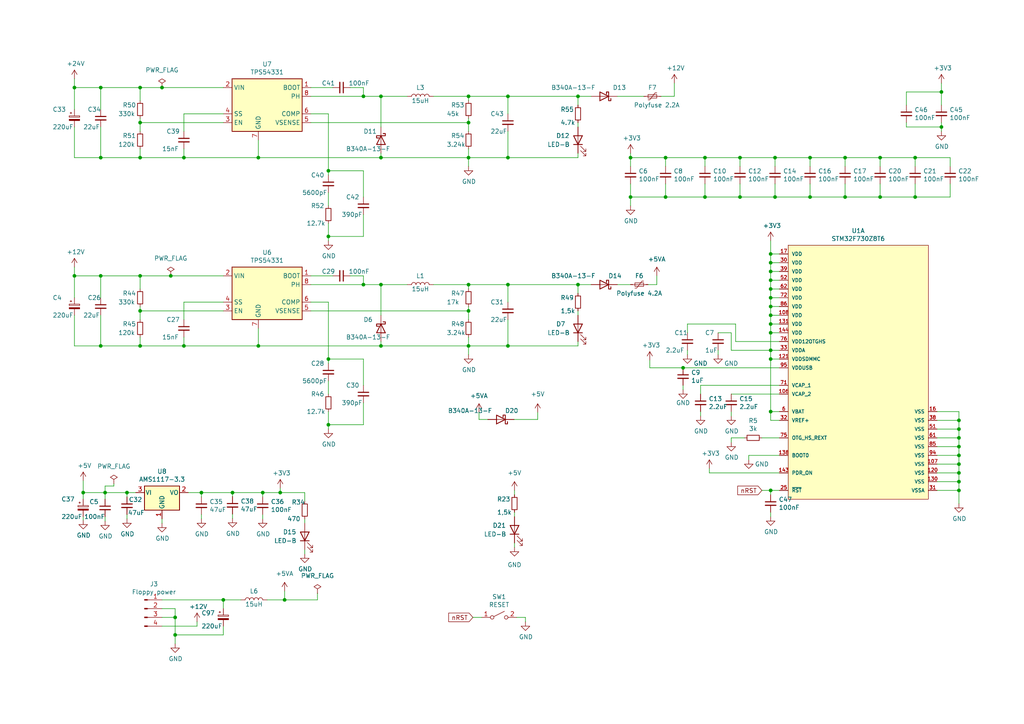
<source format=kicad_sch>
(kicad_sch
	(version 20231120)
	(generator "eeschema")
	(generator_version "8.0")
	(uuid "68f7174d-ce7a-41b4-89f8-dd7e3ded57a1")
	(paper "A4")
	(title_block
		(title "Greaseweazle F7 Lighting, USB PD")
		(date "2024-08-25")
		(rev "2.05")
		(company "SweProj.com")
	)
	
	(junction
		(at 110.49 82.55)
		(diameter 0)
		(color 0 0 0 0)
		(uuid "01c54577-6862-4ca7-bb55-524c2e995aee")
	)
	(junction
		(at 198.12 106.68)
		(diameter 0)
		(color 0 0 0 0)
		(uuid "06ae599d-ec2a-407f-bd24-54dd2d1d7ca4")
	)
	(junction
		(at 74.93 45.72)
		(diameter 0)
		(color 0 0 0 0)
		(uuid "06fb8a5e-69f3-44ca-bc88-4da9a1408625")
	)
	(junction
		(at 67.437 142.875)
		(diameter 0)
		(color 0 0 0 0)
		(uuid "0ca90552-88f0-4a8c-9eae-ca238d2a0071")
	)
	(junction
		(at 147.32 45.72)
		(diameter 0)
		(color 0 0 0 0)
		(uuid "1533b475-c834-40d3-ae2c-55eb46ae810f")
	)
	(junction
		(at 40.64 80.01)
		(diameter 0)
		(color 0 0 0 0)
		(uuid "17adff9d-c581-42e4-b552-035b922b5256")
	)
	(junction
		(at 167.64 82.55)
		(diameter 0)
		(color 0 0 0 0)
		(uuid "1b8d5810-67b5-41f5-a4e9-e6c2cc9fec50")
	)
	(junction
		(at 193.04 45.72)
		(diameter 0)
		(color 0 0 0 0)
		(uuid "1c7ec62e-d96c-4a0d-ac32-e919b90a3c5b")
	)
	(junction
		(at 95.25 68.58)
		(diameter 0)
		(color 0 0 0 0)
		(uuid "1ebce183-d3ad-4022-b82e-9e0d8cd628db")
	)
	(junction
		(at 224.79 45.72)
		(diameter 0)
		(color 0 0 0 0)
		(uuid "207932d1-3fbf-4bd3-8ef6-a6601aaaae72")
	)
	(junction
		(at 64.77 173.99)
		(diameter 0)
		(color 0 0 0 0)
		(uuid "249d64ff-8ec3-455f-b519-689ffc8f83bc")
	)
	(junction
		(at 135.89 27.94)
		(diameter 0)
		(color 0 0 0 0)
		(uuid "260f62f6-a6cf-45e0-9208-51504e701f69")
	)
	(junction
		(at 223.52 83.82)
		(diameter 0)
		(color 0 0 0 0)
		(uuid "2628b16a-8b1e-4398-be45-c147110e73bb")
	)
	(junction
		(at 234.95 45.72)
		(diameter 0)
		(color 0 0 0 0)
		(uuid "2f29ffe5-cbdc-4a3f-81e6-c7d9f4c5145a")
	)
	(junction
		(at 167.64 27.94)
		(diameter 0)
		(color 0 0 0 0)
		(uuid "33770b56-77ab-4a0c-a675-0ef4f02f8519")
	)
	(junction
		(at 223.52 86.36)
		(diameter 0)
		(color 0 0 0 0)
		(uuid "3497045f-d218-47c9-8fd1-2d0a39585aa6")
	)
	(junction
		(at 40.64 90.17)
		(diameter 0)
		(color 0 0 0 0)
		(uuid "35506831-8c22-45ab-9b57-69eb0f9ef003")
	)
	(junction
		(at 223.52 142.24)
		(diameter 0)
		(color 0 0 0 0)
		(uuid "3bdc61da-fd87-4d91-ae6a-f160ef1e6b25")
	)
	(junction
		(at 265.43 57.15)
		(diameter 0)
		(color 0 0 0 0)
		(uuid "3c19fda9-55de-469e-9693-2d8993bca106")
	)
	(junction
		(at 29.21 100.33)
		(diameter 0)
		(color 0 0 0 0)
		(uuid "414a1d4c-7afc-4ffa-8579-88675cedc4ce")
	)
	(junction
		(at 214.63 45.72)
		(diameter 0)
		(color 0 0 0 0)
		(uuid "4266f6dc-b108-467a-bc4a-756158b1a271")
	)
	(junction
		(at 81.28 142.875)
		(diameter 0)
		(color 0 0 0 0)
		(uuid "42a9616a-abff-4583-83a0-d4dec5df8de7")
	)
	(junction
		(at 105.41 27.94)
		(diameter 0)
		(color 0 0 0 0)
		(uuid "44c331f8-33e4-4ba1-bb1e-3071cc175bfd")
	)
	(junction
		(at 29.21 80.01)
		(diameter 0)
		(color 0 0 0 0)
		(uuid "44cd273f-f3a1-4b9a-83a6-972b276409e1")
	)
	(junction
		(at 255.27 57.15)
		(diameter 0)
		(color 0 0 0 0)
		(uuid "4687c479-536f-4d7c-9d3c-04c9b426c43c")
	)
	(junction
		(at 223.52 78.74)
		(diameter 0)
		(color 0 0 0 0)
		(uuid "481354ed-51b9-4db2-9835-781681979b4b")
	)
	(junction
		(at 82.55 173.99)
		(diameter 0)
		(color 0 0 0 0)
		(uuid "4858a626-c615-4c47-a614-2f1a76e6b13f")
	)
	(junction
		(at 265.43 45.72)
		(diameter 0)
		(color 0 0 0 0)
		(uuid "4e0c0da6-a302-49a1-8b88-4dccac856a0b")
	)
	(junction
		(at 21.59 80.01)
		(diameter 0)
		(color 0 0 0 0)
		(uuid "557d128f-cf69-4c70-9959-d139ac95c63c")
	)
	(junction
		(at 223.52 101.6)
		(diameter 0)
		(color 0 0 0 0)
		(uuid "56801e6d-c4ab-4f7b-8289-2119a52fa227")
	)
	(junction
		(at 204.47 45.72)
		(diameter 0)
		(color 0 0 0 0)
		(uuid "56b53988-7c92-40d8-a754-683f4429d93e")
	)
	(junction
		(at 36.83 142.875)
		(diameter 0)
		(color 0 0 0 0)
		(uuid "59324d4c-12f8-4a3e-a6c5-143d2384150e")
	)
	(junction
		(at 135.89 82.55)
		(diameter 0)
		(color 0 0 0 0)
		(uuid "5a63aa46-8c18-43d5-8def-1c886562be17")
	)
	(junction
		(at 147.32 27.94)
		(diameter 0)
		(color 0 0 0 0)
		(uuid "5c652bfd-7025-48e8-86f2-beee7cb38bd7")
	)
	(junction
		(at 50.8 179.07)
		(diameter 0)
		(color 0 0 0 0)
		(uuid "5ea450c5-c799-4c49-a77b-90af3b812ea4")
	)
	(junction
		(at 95.25 104.14)
		(diameter 0)
		(color 0 0 0 0)
		(uuid "5f7505cc-53a6-463b-b397-33ff845b1ac0")
	)
	(junction
		(at 182.88 45.72)
		(diameter 0)
		(color 0 0 0 0)
		(uuid "60628c1f-f7b2-4a4b-be6f-62bc1a819432")
	)
	(junction
		(at 245.11 45.72)
		(diameter 0)
		(color 0 0 0 0)
		(uuid "6540157e-dd56-419f-8e12-b9f763e7e5a8")
	)
	(junction
		(at 214.63 57.15)
		(diameter 0)
		(color 0 0 0 0)
		(uuid "6597e724-ffad-43f1-9619-cca25cced87f")
	)
	(junction
		(at 58.42 142.875)
		(diameter 0)
		(color 0 0 0 0)
		(uuid "6a9e1afc-56ba-4859-b642-84caf4b8d598")
	)
	(junction
		(at 278.13 139.7)
		(diameter 0)
		(color 0 0 0 0)
		(uuid "6d401fdd-c1f6-4321-96c4-4843b6143be9")
	)
	(junction
		(at 105.41 82.55)
		(diameter 0)
		(color 0 0 0 0)
		(uuid "77cfe682-cc36-4979-823b-05ea5f187ba7")
	)
	(junction
		(at 49.53 80.01)
		(diameter 0)
		(color 0 0 0 0)
		(uuid "7c413acd-4980-469d-ab76-1200f761d768")
	)
	(junction
		(at 245.11 57.15)
		(diameter 0)
		(color 0 0 0 0)
		(uuid "7da6dd22-6820-4812-8b65-ceb1440c016d")
	)
	(junction
		(at 147.32 100.33)
		(diameter 0)
		(color 0 0 0 0)
		(uuid "802bd717-75a4-4efc-bdc3-ab512c6bce65")
	)
	(junction
		(at 46.99 25.4)
		(diameter 0)
		(color 0 0 0 0)
		(uuid "815137f8-37a3-45c9-b824-b8497cb4a699")
	)
	(junction
		(at 223.52 96.52)
		(diameter 0)
		(color 0 0 0 0)
		(uuid "83181dd0-bbcd-4a99-a5a2-7d6961abb51a")
	)
	(junction
		(at 29.21 25.4)
		(diameter 0)
		(color 0 0 0 0)
		(uuid "84daabe5-262d-44f3-8073-3a5eff98700f")
	)
	(junction
		(at 40.64 45.72)
		(diameter 0)
		(color 0 0 0 0)
		(uuid "84e64de5-2809-4251-a45b-2b46d2cc79df")
	)
	(junction
		(at 24.13 142.875)
		(diameter 0)
		(color 0 0 0 0)
		(uuid "86f8bffa-911c-465c-baff-fcbd92893959")
	)
	(junction
		(at 278.13 132.08)
		(diameter 0)
		(color 0 0 0 0)
		(uuid "88a7e34c-57e7-48ce-a358-6866b2c01d90")
	)
	(junction
		(at 95.25 123.19)
		(diameter 0)
		(color 0 0 0 0)
		(uuid "88e4f832-79d6-4c54-9ce3-4328dcb9d5b5")
	)
	(junction
		(at 147.32 82.55)
		(diameter 0)
		(color 0 0 0 0)
		(uuid "88ea0fe3-17bb-45bf-bf71-4da88c965186")
	)
	(junction
		(at 224.79 57.15)
		(diameter 0)
		(color 0 0 0 0)
		(uuid "895d5ca3-0e9a-421e-88ea-3017edd2db62")
	)
	(junction
		(at 223.52 81.28)
		(diameter 0)
		(color 0 0 0 0)
		(uuid "8cf4e6c7-f213-4dc6-a215-9a85d8791784")
	)
	(junction
		(at 223.52 91.44)
		(diameter 0)
		(color 0 0 0 0)
		(uuid "8dcf40e6-09a5-42e4-8b46-f4738540468d")
	)
	(junction
		(at 223.52 93.98)
		(diameter 0)
		(color 0 0 0 0)
		(uuid "90207e9d-650a-4c45-b7d5-e506cc85537d")
	)
	(junction
		(at 255.27 45.72)
		(diameter 0)
		(color 0 0 0 0)
		(uuid "914ccec4-572a-4ec0-b281-596368eea274")
	)
	(junction
		(at 135.89 35.56)
		(diameter 0)
		(color 0 0 0 0)
		(uuid "97972d9a-c8ac-431f-b1f4-0da8477b5639")
	)
	(junction
		(at 273.05 36.83)
		(diameter 0)
		(color 0 0 0 0)
		(uuid "9b774066-2c22-4032-af01-4291adb02340")
	)
	(junction
		(at 204.47 57.15)
		(diameter 0)
		(color 0 0 0 0)
		(uuid "9cab0c4e-2726-433f-a46f-c25156ae2489")
	)
	(junction
		(at 40.64 35.56)
		(diameter 0)
		(color 0 0 0 0)
		(uuid "9cd1ba63-2087-4000-a5a9-797dad78d993")
	)
	(junction
		(at 234.95 57.15)
		(diameter 0)
		(color 0 0 0 0)
		(uuid "9f5c7a80-7220-432e-865b-d1468e8a8d4c")
	)
	(junction
		(at 278.13 121.92)
		(diameter 0)
		(color 0 0 0 0)
		(uuid "a17368fb-646b-4ffd-9057-0994609f8a46")
	)
	(junction
		(at 21.59 25.4)
		(diameter 0)
		(color 0 0 0 0)
		(uuid "a3eaa329-1c23-49fc-9fb5-976de81b788e")
	)
	(junction
		(at 278.13 137.16)
		(diameter 0)
		(color 0 0 0 0)
		(uuid "a6d88d7d-92d8-4fc8-b103-7599e55f18c0")
	)
	(junction
		(at 29.21 45.72)
		(diameter 0)
		(color 0 0 0 0)
		(uuid "b034f82f-3ce9-4423-89ad-7ecf03d348d0")
	)
	(junction
		(at 50.8 184.15)
		(diameter 0)
		(color 0 0 0 0)
		(uuid "b365172c-71c7-4b5f-8ac8-fa4cd5afef21")
	)
	(junction
		(at 53.34 100.33)
		(diameter 0)
		(color 0 0 0 0)
		(uuid "b42a4498-7f71-4787-a0f1-b44423616ac9")
	)
	(junction
		(at 278.13 127)
		(diameter 0)
		(color 0 0 0 0)
		(uuid "b7013b78-ce5a-47df-9e6f-e993b6073985")
	)
	(junction
		(at 53.34 45.72)
		(diameter 0)
		(color 0 0 0 0)
		(uuid "b9272e8b-2d00-4d6b-ae8c-fd62ef331586")
	)
	(junction
		(at 110.49 100.33)
		(diameter 0)
		(color 0 0 0 0)
		(uuid "bb7f3caf-4343-4dcb-b7b2-5479c850c4a2")
	)
	(junction
		(at 30.48 142.875)
		(diameter 0)
		(color 0 0 0 0)
		(uuid "c17ad916-21bb-4677-b8ab-190f905f0beb")
	)
	(junction
		(at 278.13 124.46)
		(diameter 0)
		(color 0 0 0 0)
		(uuid "c78d97f4-1d1b-46c3-bcbb-8424944a8978")
	)
	(junction
		(at 40.64 25.4)
		(diameter 0)
		(color 0 0 0 0)
		(uuid "c837798c-83c8-4e02-b288-fa03714cab74")
	)
	(junction
		(at 135.89 100.33)
		(diameter 0)
		(color 0 0 0 0)
		(uuid "c9863f4f-bdf5-49f4-b18e-dce622ff9931")
	)
	(junction
		(at 223.52 73.66)
		(diameter 0)
		(color 0 0 0 0)
		(uuid "cec22d4a-eda3-4d50-8609-c3a123c120be")
	)
	(junction
		(at 223.52 119.38)
		(diameter 0)
		(color 0 0 0 0)
		(uuid "cf06bbbc-3fa0-42b7-9a99-642ec3689891")
	)
	(junction
		(at 193.04 57.15)
		(diameter 0)
		(color 0 0 0 0)
		(uuid "d316b729-072f-4d15-a495-cbeb8407aea0")
	)
	(junction
		(at 223.52 76.2)
		(diameter 0)
		(color 0 0 0 0)
		(uuid "da7eee34-4516-4154-9034-7c9b8e2afe41")
	)
	(junction
		(at 273.05 26.67)
		(diameter 0)
		(color 0 0 0 0)
		(uuid "ddfa4cf0-3486-4284-897b-3a9e51f271d9")
	)
	(junction
		(at 95.25 49.53)
		(diameter 0)
		(color 0 0 0 0)
		(uuid "e02b47af-92a8-4b6e-841f-f88d0fa73eb7")
	)
	(junction
		(at 278.13 129.54)
		(diameter 0)
		(color 0 0 0 0)
		(uuid "e0660a46-ff2a-4b28-b311-cf71bc999b82")
	)
	(junction
		(at 110.49 27.94)
		(diameter 0)
		(color 0 0 0 0)
		(uuid "e208ea3a-d990-4992-b395-c95b18b77f83")
	)
	(junction
		(at 182.88 57.15)
		(diameter 0)
		(color 0 0 0 0)
		(uuid "e73ef891-c9f9-42ab-894b-b2580ee0b0a1")
	)
	(junction
		(at 76.2 142.875)
		(diameter 0)
		(color 0 0 0 0)
		(uuid "eb43ca25-4d68-40a4-98c7-2e1932cda240")
	)
	(junction
		(at 40.64 100.33)
		(diameter 0)
		(color 0 0 0 0)
		(uuid "f0e6fae4-0008-43ed-8719-bf62839f601f")
	)
	(junction
		(at 110.49 45.72)
		(diameter 0)
		(color 0 0 0 0)
		(uuid "f3642676-ce32-431a-adfa-a8e750bc449d")
	)
	(junction
		(at 278.13 134.62)
		(diameter 0)
		(color 0 0 0 0)
		(uuid "f5a54919-b960-48fc-8517-e9e32dce0bf0")
	)
	(junction
		(at 223.52 104.14)
		(diameter 0)
		(color 0 0 0 0)
		(uuid "f83c7689-506f-4228-94dd-e1c4dd714e67")
	)
	(junction
		(at 135.89 90.17)
		(diameter 0)
		(color 0 0 0 0)
		(uuid "f89b1d5e-28c8-498c-b199-7acbd8607540")
	)
	(junction
		(at 135.89 45.72)
		(diameter 0)
		(color 0 0 0 0)
		(uuid "f9c966ae-23e4-43cd-95e1-ebb675260935")
	)
	(junction
		(at 74.93 100.33)
		(diameter 0)
		(color 0 0 0 0)
		(uuid "fda94f0a-876e-4bf0-ad10-35819851e3e9")
	)
	(junction
		(at 223.52 88.9)
		(diameter 0)
		(color 0 0 0 0)
		(uuid "fdd41a68-206a-4076-b64a-8b7633d428d6")
	)
	(junction
		(at 278.13 142.24)
		(diameter 0)
		(color 0 0 0 0)
		(uuid "fe2b05f5-675b-44d0-956c-c5829b7c692a")
	)
	(wire
		(pts
			(xy 21.59 25.4) (xy 29.21 25.4)
		)
		(stroke
			(width 0)
			(type default)
		)
		(uuid "00185541-0a55-4e62-91d8-99e7a7720d36")
	)
	(wire
		(pts
			(xy 255.27 57.15) (xy 265.43 57.15)
		)
		(stroke
			(width 0)
			(type default)
		)
		(uuid "00627221-b0fd-448e-b5a6-250d249697c2")
	)
	(wire
		(pts
			(xy 67.437 149.098) (xy 67.437 150.368)
		)
		(stroke
			(width 0)
			(type default)
		)
		(uuid "00cfadd5-9667-4db6-b4bc-212d70222d0d")
	)
	(wire
		(pts
			(xy 205.74 137.16) (xy 205.74 135.89)
		)
		(stroke
			(width 0)
			(type default)
		)
		(uuid "01caafb3-af8a-4642-870c-c290b286d040")
	)
	(wire
		(pts
			(xy 212.09 127) (xy 215.9 127)
		)
		(stroke
			(width 0)
			(type default)
		)
		(uuid "037a257a-ceb2-409c-ab24-48a743172dae")
	)
	(wire
		(pts
			(xy 74.93 100.33) (xy 110.49 100.33)
		)
		(stroke
			(width 0)
			(type default)
		)
		(uuid "059f4155-bed3-4fb2-9baa-d569f31b7e5d")
	)
	(wire
		(pts
			(xy 223.52 76.2) (xy 223.52 78.74)
		)
		(stroke
			(width 0)
			(type default)
		)
		(uuid "05c4a04b-0442-4e18-9747-3d9fc4a562fe")
	)
	(wire
		(pts
			(xy 198.12 111.76) (xy 198.12 113.03)
		)
		(stroke
			(width 0)
			(type default)
		)
		(uuid "077985bd-c8a6-43b8-af30-1141a8334306")
	)
	(wire
		(pts
			(xy 90.17 35.56) (xy 135.89 35.56)
		)
		(stroke
			(width 0)
			(type default)
		)
		(uuid "09433d97-62ec-42de-89f2-7d0b68dc1b9d")
	)
	(wire
		(pts
			(xy 40.64 90.17) (xy 64.77 90.17)
		)
		(stroke
			(width 0)
			(type default)
		)
		(uuid "0a52fedd-967a-423d-aaaf-3875f20f935b")
	)
	(wire
		(pts
			(xy 64.77 173.99) (xy 64.77 176.53)
		)
		(stroke
			(width 0)
			(type default)
		)
		(uuid "0b9bca24-2bc9-4c56-8c54-04143186765e")
	)
	(wire
		(pts
			(xy 224.79 45.72) (xy 234.95 45.72)
		)
		(stroke
			(width 0)
			(type default)
		)
		(uuid "0ba3fcf8-07bd-443d-be28-f69a4ad80df4")
	)
	(wire
		(pts
			(xy 226.06 101.6) (xy 223.52 101.6)
		)
		(stroke
			(width 0)
			(type default)
		)
		(uuid "0c345fc5-964b-48c0-9452-55507c868edc")
	)
	(wire
		(pts
			(xy 92.075 173.99) (xy 92.075 172.085)
		)
		(stroke
			(width 0)
			(type default)
		)
		(uuid "0c3692d2-4f9a-4f58-b8c7-f3b7b8fc6b6a")
	)
	(wire
		(pts
			(xy 214.63 57.15) (xy 224.79 57.15)
		)
		(stroke
			(width 0)
			(type default)
		)
		(uuid "0d7333ca-0587-43cb-9af7-f59016c85820")
	)
	(wire
		(pts
			(xy 21.59 80.01) (xy 29.21 80.01)
		)
		(stroke
			(width 0)
			(type default)
		)
		(uuid "0dcb5ab5-f291-489d-b2bc-0f0b25b801ee")
	)
	(wire
		(pts
			(xy 135.89 35.56) (xy 135.89 34.29)
		)
		(stroke
			(width 0)
			(type default)
		)
		(uuid "0e11718f-21aa-474d-9bf4-88d875870740")
	)
	(wire
		(pts
			(xy 110.49 27.94) (xy 118.11 27.94)
		)
		(stroke
			(width 0)
			(type default)
		)
		(uuid "0e852933-f119-4b7f-a503-b829e02656a9")
	)
	(wire
		(pts
			(xy 217.17 132.08) (xy 217.17 133.35)
		)
		(stroke
			(width 0)
			(type default)
		)
		(uuid "0f6b89db-12ed-4dac-b3ce-819a49798117")
	)
	(wire
		(pts
			(xy 95.25 49.53) (xy 105.41 49.53)
		)
		(stroke
			(width 0)
			(type default)
		)
		(uuid "10df6e07-cc84-4b25-a71b-19a35b4b40da")
	)
	(wire
		(pts
			(xy 21.59 77.47) (xy 21.59 80.01)
		)
		(stroke
			(width 0)
			(type default)
		)
		(uuid "10e5ae6d-e43e-4ff8-abc5-fd9df16782da")
	)
	(wire
		(pts
			(xy 21.59 36.83) (xy 21.59 45.72)
		)
		(stroke
			(width 0)
			(type default)
		)
		(uuid "128a7556-cb3d-406d-b84d-6d9efc7f9ed8")
	)
	(wire
		(pts
			(xy 135.89 90.17) (xy 135.89 88.9)
		)
		(stroke
			(width 0)
			(type default)
		)
		(uuid "12c9f3e1-9431-42f8-b6f8-fb6fd35fc1cb")
	)
	(wire
		(pts
			(xy 271.78 129.54) (xy 278.13 129.54)
		)
		(stroke
			(width 0)
			(type default)
		)
		(uuid "1354903a-b7d2-4e04-b220-6c6c8f058ef7")
	)
	(wire
		(pts
			(xy 29.21 25.4) (xy 40.64 25.4)
		)
		(stroke
			(width 0)
			(type default)
		)
		(uuid "1416f46f-efcf-4c99-81af-d39cf81f2652")
	)
	(wire
		(pts
			(xy 81.28 142.875) (xy 88.392 142.875)
		)
		(stroke
			(width 0)
			(type default)
		)
		(uuid "15084521-374a-4f95-bc25-4132739c238e")
	)
	(wire
		(pts
			(xy 24.13 149.86) (xy 24.13 150.876)
		)
		(stroke
			(width 0)
			(type default)
		)
		(uuid "173a3cc6-0a20-4747-ba7b-6cf701a04c08")
	)
	(wire
		(pts
			(xy 88.392 142.875) (xy 88.392 145.415)
		)
		(stroke
			(width 0)
			(type default)
		)
		(uuid "177f1d95-3206-4e86-a326-b75c396c89a3")
	)
	(wire
		(pts
			(xy 167.64 45.72) (xy 167.64 44.45)
		)
		(stroke
			(width 0)
			(type default)
		)
		(uuid "198642f2-8db4-475b-ac24-9da65c994a3a")
	)
	(wire
		(pts
			(xy 149.225 142.24) (xy 149.225 143.51)
		)
		(stroke
			(width 0)
			(type default)
		)
		(uuid "1b716d9a-7437-4cc1-b8ae-a18487edbfb3")
	)
	(wire
		(pts
			(xy 193.04 57.15) (xy 204.47 57.15)
		)
		(stroke
			(width 0)
			(type default)
		)
		(uuid "1ba3e338-9465-4844-8361-6715d7885c15")
	)
	(wire
		(pts
			(xy 223.52 78.74) (xy 223.52 81.28)
		)
		(stroke
			(width 0)
			(type default)
		)
		(uuid "1c4dfe58-85b1-467f-8e9d-bdb7a0d0ca8e")
	)
	(wire
		(pts
			(xy 271.78 127) (xy 278.13 127)
		)
		(stroke
			(width 0)
			(type default)
		)
		(uuid "1c57f8a5-0a6c-44cd-b514-5b9d5f8cc98b")
	)
	(wire
		(pts
			(xy 24.13 142.875) (xy 24.13 144.78)
		)
		(stroke
			(width 0)
			(type default)
		)
		(uuid "1cb2b992-1f62-44c1-ae18-61c4645b7898")
	)
	(wire
		(pts
			(xy 199.39 101.6) (xy 199.39 102.87)
		)
		(stroke
			(width 0)
			(type default)
		)
		(uuid "1cd08355-701e-4fba-886f-d48517dcccf5")
	)
	(wire
		(pts
			(xy 204.47 45.72) (xy 214.63 45.72)
		)
		(stroke
			(width 0)
			(type default)
		)
		(uuid "2056f16f-2d4a-4f35-8a56-49ab69eeef16")
	)
	(wire
		(pts
			(xy 214.63 48.26) (xy 214.63 45.72)
		)
		(stroke
			(width 0)
			(type default)
		)
		(uuid "21c9358c-c2dd-4df5-9cfe-ea9bd0b49374")
	)
	(wire
		(pts
			(xy 135.89 45.72) (xy 135.89 43.18)
		)
		(stroke
			(width 0)
			(type default)
		)
		(uuid "22312754-c8c2-4400-b598-394e06b2be81")
	)
	(wire
		(pts
			(xy 278.13 142.24) (xy 278.13 146.05)
		)
		(stroke
			(width 0)
			(type default)
		)
		(uuid "224e8890-cdee-45fd-bd2e-64fe49c2de75")
	)
	(wire
		(pts
			(xy 90.17 80.01) (xy 96.52 80.01)
		)
		(stroke
			(width 0)
			(type default)
		)
		(uuid "2276bf47-b441-4aa2-ba22-8213875ce0ee")
	)
	(wire
		(pts
			(xy 76.2 144.145) (xy 76.2 142.875)
		)
		(stroke
			(width 0)
			(type default)
		)
		(uuid "2471afde-423c-4d7c-b400-51c1e438643f")
	)
	(wire
		(pts
			(xy 204.47 57.15) (xy 214.63 57.15)
		)
		(stroke
			(width 0)
			(type default)
		)
		(uuid "2571f4c8-d7fc-4e8c-94df-f480e56bb717")
	)
	(wire
		(pts
			(xy 203.2 119.38) (xy 203.2 120.65)
		)
		(stroke
			(width 0)
			(type default)
		)
		(uuid "2a507df7-40c5-4523-b0fd-269cea55efb9")
	)
	(wire
		(pts
			(xy 90.17 27.94) (xy 105.41 27.94)
		)
		(stroke
			(width 0)
			(type default)
		)
		(uuid "2aabebab-10c6-4637-946b-cda31980f550")
	)
	(wire
		(pts
			(xy 101.6 80.01) (xy 105.41 80.01)
		)
		(stroke
			(width 0)
			(type default)
		)
		(uuid "2af1d271-3c6a-476d-8eba-6b2aab466da3")
	)
	(wire
		(pts
			(xy 223.52 86.36) (xy 226.06 86.36)
		)
		(stroke
			(width 0)
			(type default)
		)
		(uuid "2b1a1d99-4ea2-4cae-846a-5609aadc4265")
	)
	(wire
		(pts
			(xy 278.13 132.08) (xy 278.13 134.62)
		)
		(stroke
			(width 0)
			(type default)
		)
		(uuid "2b878984-ad62-40d5-87be-d30f465ae2b3")
	)
	(wire
		(pts
			(xy 40.64 45.72) (xy 40.64 43.18)
		)
		(stroke
			(width 0)
			(type default)
		)
		(uuid "2c3d5c2f-c119-4276-9b7e-33808f1d9396")
	)
	(wire
		(pts
			(xy 147.32 45.72) (xy 147.32 38.1)
		)
		(stroke
			(width 0)
			(type default)
		)
		(uuid "2d4ba971-ddd9-4f08-ae0a-4bc49faa5143")
	)
	(wire
		(pts
			(xy 224.79 57.15) (xy 234.95 57.15)
		)
		(stroke
			(width 0)
			(type default)
		)
		(uuid "2f122013-8dbc-4371-941a-b52e2115db20")
	)
	(wire
		(pts
			(xy 214.63 45.72) (xy 224.79 45.72)
		)
		(stroke
			(width 0)
			(type default)
		)
		(uuid "2f8ebbbf-0f11-4a15-9648-1d28e5593127")
	)
	(wire
		(pts
			(xy 21.59 80.01) (xy 21.59 86.36)
		)
		(stroke
			(width 0)
			(type default)
		)
		(uuid "30b75c25-1d2c-45e7-83e2-bb3be98f8f83")
	)
	(wire
		(pts
			(xy 245.11 45.72) (xy 255.27 45.72)
		)
		(stroke
			(width 0)
			(type default)
		)
		(uuid "31b8e579-7afa-4dee-9f20-b2fefaae3c16")
	)
	(wire
		(pts
			(xy 271.78 121.92) (xy 278.13 121.92)
		)
		(stroke
			(width 0)
			(type default)
		)
		(uuid "335263d3-7e35-4a9c-83c2-cd71d45f0688")
	)
	(wire
		(pts
			(xy 33.02 140.97) (xy 33.02 140.335)
		)
		(stroke
			(width 0)
			(type default)
		)
		(uuid "335f99d2-4459-40ac-ab88-9b82c64bef4d")
	)
	(wire
		(pts
			(xy 88.392 160.655) (xy 88.392 159.385)
		)
		(stroke
			(width 0)
			(type default)
		)
		(uuid "3361482c-ca19-4873-b4a9-88f85f1328a1")
	)
	(wire
		(pts
			(xy 147.32 82.55) (xy 147.32 87.63)
		)
		(stroke
			(width 0)
			(type default)
		)
		(uuid "338b7824-6fa7-42ef-b79a-c6dc90689f4e")
	)
	(wire
		(pts
			(xy 271.78 124.46) (xy 278.13 124.46)
		)
		(stroke
			(width 0)
			(type default)
		)
		(uuid "33b48673-c959-4510-b6fa-fd3f7bdb00fd")
	)
	(wire
		(pts
			(xy 182.88 53.34) (xy 182.88 57.15)
		)
		(stroke
			(width 0)
			(type default)
		)
		(uuid "33e40dd5-556d-4de0-ab08-235c61b7ba9f")
	)
	(wire
		(pts
			(xy 147.32 27.94) (xy 167.64 27.94)
		)
		(stroke
			(width 0)
			(type default)
		)
		(uuid "33ef82c8-b659-42b6-9429-5436a00e7b54")
	)
	(wire
		(pts
			(xy 57.15 181.61) (xy 57.15 180.34)
		)
		(stroke
			(width 0)
			(type default)
		)
		(uuid "3520b9bf-2dfc-4868-a650-86ff98682e83")
	)
	(wire
		(pts
			(xy 262.89 35.56) (xy 262.89 36.83)
		)
		(stroke
			(width 0)
			(type default)
		)
		(uuid "3581de8b-daeb-467a-8039-51714599e4ba")
	)
	(wire
		(pts
			(xy 40.64 100.33) (xy 40.64 97.79)
		)
		(stroke
			(width 0)
			(type default)
		)
		(uuid "373b5b59-9fbb-41a2-845d-56a1ed5a82dd")
	)
	(wire
		(pts
			(xy 74.93 40.64) (xy 74.93 45.72)
		)
		(stroke
			(width 0)
			(type default)
		)
		(uuid "38c40dcc-c1da-4f6f-a147-01497313c7b0")
	)
	(wire
		(pts
			(xy 182.88 44.45) (xy 182.88 45.72)
		)
		(stroke
			(width 0)
			(type default)
		)
		(uuid "3a274653-eff3-4ffe-9be8-2bfd0950af0a")
	)
	(wire
		(pts
			(xy 182.88 57.15) (xy 193.04 57.15)
		)
		(stroke
			(width 0)
			(type default)
		)
		(uuid "3a568413-17bd-4a87-b1ac-928e77fa1b6a")
	)
	(wire
		(pts
			(xy 135.89 35.56) (xy 135.89 38.1)
		)
		(stroke
			(width 0)
			(type default)
		)
		(uuid "3afae848-3ba1-40f3-a73d-cfa98c2ff8b2")
	)
	(wire
		(pts
			(xy 135.89 45.72) (xy 147.32 45.72)
		)
		(stroke
			(width 0)
			(type default)
		)
		(uuid "3b199d04-ad2b-4bc0-b66c-8629e7796fdd")
	)
	(wire
		(pts
			(xy 234.95 48.26) (xy 234.95 45.72)
		)
		(stroke
			(width 0)
			(type default)
		)
		(uuid "3ba59656-e36e-4caa-8957-90ed8686b3d3")
	)
	(wire
		(pts
			(xy 223.52 86.36) (xy 223.52 88.9)
		)
		(stroke
			(width 0)
			(type default)
		)
		(uuid "3bc24d10-b3eb-4abe-836d-a8521ccc4341")
	)
	(wire
		(pts
			(xy 199.39 96.52) (xy 199.39 93.98)
		)
		(stroke
			(width 0)
			(type default)
		)
		(uuid "3c3e78d8-62d7-4020-ae7c-c489234b27d5")
	)
	(wire
		(pts
			(xy 223.52 83.82) (xy 226.06 83.82)
		)
		(stroke
			(width 0)
			(type default)
		)
		(uuid "3cf0233f-86e3-4b85-ad75-fb8a46f37498")
	)
	(wire
		(pts
			(xy 135.89 82.55) (xy 147.32 82.55)
		)
		(stroke
			(width 0)
			(type default)
		)
		(uuid "3d0a8609-a059-4734-b988-da00f509164d")
	)
	(wire
		(pts
			(xy 105.41 25.4) (xy 105.41 27.94)
		)
		(stroke
			(width 0)
			(type default)
		)
		(uuid "3eee2221-7af9-4d6a-ba79-a48c3fd1ac35")
	)
	(wire
		(pts
			(xy 53.34 92.71) (xy 53.34 87.63)
		)
		(stroke
			(width 0)
			(type default)
		)
		(uuid "3f0c3fb9-57f0-4439-b2df-3c934842d7db")
	)
	(wire
		(pts
			(xy 135.89 100.33) (xy 135.89 102.87)
		)
		(stroke
			(width 0)
			(type default)
		)
		(uuid "407d0cd8-54f8-47a8-90cb-42c8a441d04f")
	)
	(wire
		(pts
			(xy 40.64 35.56) (xy 40.64 38.1)
		)
		(stroke
			(width 0)
			(type default)
		)
		(uuid "41e442c4-3daa-4776-bd79-7990c939b354")
	)
	(wire
		(pts
			(xy 76.2 149.225) (xy 76.2 150.495)
		)
		(stroke
			(width 0)
			(type default)
		)
		(uuid "4275c2b3-59e7-409d-ae75-26ae06cb35e2")
	)
	(wire
		(pts
			(xy 90.17 33.02) (xy 95.25 33.02)
		)
		(stroke
			(width 0)
			(type default)
		)
		(uuid "42795956-f125-4166-860d-4316fe3791b8")
	)
	(wire
		(pts
			(xy 147.32 100.33) (xy 147.32 92.71)
		)
		(stroke
			(width 0)
			(type default)
		)
		(uuid "45fc93ca-f8ba-48a8-9189-1c9886475cd3")
	)
	(wire
		(pts
			(xy 271.78 142.24) (xy 278.13 142.24)
		)
		(stroke
			(width 0)
			(type default)
		)
		(uuid "4612f9f0-1343-4ba7-94dd-7d3e9fc08dad")
	)
	(wire
		(pts
			(xy 40.64 35.56) (xy 40.64 34.29)
		)
		(stroke
			(width 0)
			(type default)
		)
		(uuid "46255620-16a2-4e81-9e4a-58dddcf89388")
	)
	(wire
		(pts
			(xy 30.48 140.97) (xy 33.02 140.97)
		)
		(stroke
			(width 0)
			(type default)
		)
		(uuid "46a2c0d5-bc1a-40a0-81d1-79c4e48e8bab")
	)
	(wire
		(pts
			(xy 245.11 57.15) (xy 255.27 57.15)
		)
		(stroke
			(width 0)
			(type default)
		)
		(uuid "47890384-6eaa-420c-b9ae-e68a6a7f17b5")
	)
	(wire
		(pts
			(xy 278.13 129.54) (xy 278.13 132.08)
		)
		(stroke
			(width 0)
			(type default)
		)
		(uuid "4a56ac62-5ec2-46fc-a86c-9adf2d8fead1")
	)
	(wire
		(pts
			(xy 278.13 139.7) (xy 278.13 142.24)
		)
		(stroke
			(width 0)
			(type default)
		)
		(uuid "4b3cefd2-e7d7-4d25-8bb9-37548c3e8b03")
	)
	(wire
		(pts
			(xy 95.25 68.58) (xy 95.25 69.85)
		)
		(stroke
			(width 0)
			(type default)
		)
		(uuid "4c77837f-2440-4b7b-8e7e-430f981c7c04")
	)
	(wire
		(pts
			(xy 40.64 90.17) (xy 40.64 88.9)
		)
		(stroke
			(width 0)
			(type default)
		)
		(uuid "4de018aa-33f9-4679-9406-fafd70ff0142")
	)
	(wire
		(pts
			(xy 46.99 150.495) (xy 46.99 151.765)
		)
		(stroke
			(width 0)
			(type default)
		)
		(uuid "4f31acca-384a-4c19-b00c-be85acf73c40")
	)
	(wire
		(pts
			(xy 212.09 101.6) (xy 223.52 101.6)
		)
		(stroke
			(width 0)
			(type default)
		)
		(uuid "4ff71e44-dddb-450e-9f6f-fe3947968fd4")
	)
	(wire
		(pts
			(xy 29.21 100.33) (xy 29.21 91.44)
		)
		(stroke
			(width 0)
			(type default)
		)
		(uuid "504cb9e4-5572-4208-bc9d-30a7efff8b9a")
	)
	(wire
		(pts
			(xy 220.98 142.24) (xy 223.52 142.24)
		)
		(stroke
			(width 0)
			(type default)
		)
		(uuid "505c1d3e-8ca5-438e-9eae-18483f12882c")
	)
	(wire
		(pts
			(xy 46.99 181.61) (xy 57.15 181.61)
		)
		(stroke
			(width 0)
			(type default)
		)
		(uuid "506110af-ac51-4501-bfa6-1552a848d599")
	)
	(wire
		(pts
			(xy 53.34 45.72) (xy 40.64 45.72)
		)
		(stroke
			(width 0)
			(type default)
		)
		(uuid "50cd7dd2-4ee6-4ead-a8d7-6798eb55f8db")
	)
	(wire
		(pts
			(xy 105.41 104.14) (xy 105.41 111.76)
		)
		(stroke
			(width 0)
			(type default)
		)
		(uuid "5125c4d9-cf5c-4fe5-9dc8-c939e40fcd6f")
	)
	(wire
		(pts
			(xy 110.49 27.94) (xy 110.49 36.83)
		)
		(stroke
			(width 0)
			(type default)
		)
		(uuid "53548090-4b36-44b5-9ef5-2fa214b2fbf4")
	)
	(wire
		(pts
			(xy 46.99 25.4) (xy 64.77 25.4)
		)
		(stroke
			(width 0)
			(type default)
		)
		(uuid "53f9ab78-8fd2-45f8-9537-0c1630b2861a")
	)
	(wire
		(pts
			(xy 110.49 99.06) (xy 110.49 100.33)
		)
		(stroke
			(width 0)
			(type default)
		)
		(uuid "55b28997-b330-40d1-b32a-125cd071668d")
	)
	(wire
		(pts
			(xy 40.64 80.01) (xy 49.53 80.01)
		)
		(stroke
			(width 0)
			(type default)
		)
		(uuid "5684e95c-6824-46cf-8e72-881178a51d31")
	)
	(wire
		(pts
			(xy 220.98 127) (xy 226.06 127)
		)
		(stroke
			(width 0)
			(type default)
		)
		(uuid "57e17378-f1f7-42d0-9ad3-fb44c2d5cdc3")
	)
	(wire
		(pts
			(xy 95.25 104.14) (xy 105.41 104.14)
		)
		(stroke
			(width 0)
			(type default)
		)
		(uuid "58728297-c362-4c70-a751-4d60ffa81b1a")
	)
	(wire
		(pts
			(xy 226.06 119.38) (xy 223.52 119.38)
		)
		(stroke
			(width 0)
			(type default)
		)
		(uuid "58c4b7f1-3bfe-4269-af43-3ce726a108d9")
	)
	(wire
		(pts
			(xy 223.52 83.82) (xy 223.52 86.36)
		)
		(stroke
			(width 0)
			(type default)
		)
		(uuid "594594ee-9de8-45bc-b621-a9251877b0c2")
	)
	(wire
		(pts
			(xy 110.49 82.55) (xy 110.49 91.44)
		)
		(stroke
			(width 0)
			(type default)
		)
		(uuid "5aa1c642-a9f0-4211-8572-3a7e8453422e")
	)
	(wire
		(pts
			(xy 125.73 82.55) (xy 135.89 82.55)
		)
		(stroke
			(width 0)
			(type default)
		)
		(uuid "5c9202d7-6a93-43b3-87c0-77347fd72885")
	)
	(wire
		(pts
			(xy 21.59 91.44) (xy 21.59 100.33)
		)
		(stroke
			(width 0)
			(type default)
		)
		(uuid "5daf2c3c-7702-4a59-b99d-84464c054bc4")
	)
	(wire
		(pts
			(xy 149.86 179.07) (xy 152.4 179.07)
		)
		(stroke
			(width 0)
			(type default)
		)
		(uuid "5ecea6c7-cbcd-4340-9db8-55b54a886e1e")
	)
	(wire
		(pts
			(xy 213.36 99.06) (xy 226.06 99.06)
		)
		(stroke
			(width 0)
			(type default)
		)
		(uuid "5ed637ac-40ac-434c-a406-609e25d3658d")
	)
	(wire
		(pts
			(xy 40.64 45.72) (xy 29.21 45.72)
		)
		(stroke
			(width 0)
			(type default)
		)
		(uuid "5f4676ff-2597-415d-a32e-98d53038f432")
	)
	(wire
		(pts
			(xy 167.64 82.55) (xy 167.64 85.09)
		)
		(stroke
			(width 0)
			(type default)
		)
		(uuid "60ca4740-3009-4486-93d6-c2502818122b")
	)
	(wire
		(pts
			(xy 95.25 104.14) (xy 95.25 105.41)
		)
		(stroke
			(width 0)
			(type default)
		)
		(uuid "60fc0348-15d2-462c-9b87-dbb507b8717b")
	)
	(wire
		(pts
			(xy 167.64 35.56) (xy 167.64 36.83)
		)
		(stroke
			(width 0)
			(type default)
		)
		(uuid "61415144-ce8f-483a-82b7-e2e320f7f0b4")
	)
	(wire
		(pts
			(xy 234.95 53.34) (xy 234.95 57.15)
		)
		(stroke
			(width 0)
			(type default)
		)
		(uuid "62c6f8ce-78e5-4ab3-bb01-2fcb0df87aa6")
	)
	(wire
		(pts
			(xy 67.437 142.875) (xy 76.2 142.875)
		)
		(stroke
			(width 0)
			(type default)
		)
		(uuid "6301f184-dc0e-47d1-a158-5fdcab3140e4")
	)
	(wire
		(pts
			(xy 149.225 158.75) (xy 149.225 157.48)
		)
		(stroke
			(width 0)
			(type default)
		)
		(uuid "633184ac-d7fc-4412-b38a-8ca5e84ee37b")
	)
	(wire
		(pts
			(xy 223.52 91.44) (xy 223.52 93.98)
		)
		(stroke
			(width 0)
			(type default)
		)
		(uuid "6476e233-d260-45fe-84d2-9ade7d0003a0")
	)
	(wire
		(pts
			(xy 191.77 27.94) (xy 195.58 27.94)
		)
		(stroke
			(width 0)
			(type default)
		)
		(uuid "6505825f-43ee-4fb8-b546-c0b2310ed040")
	)
	(wire
		(pts
			(xy 95.25 49.53) (xy 95.25 50.8)
		)
		(stroke
			(width 0)
			(type default)
		)
		(uuid "65908b01-f0a0-46e1-84f2-bf49d46af2a7")
	)
	(wire
		(pts
			(xy 223.52 76.2) (xy 226.06 76.2)
		)
		(stroke
			(width 0)
			(type default)
		)
		(uuid "6a5b3eea-de35-4a54-8316-e56ea2a634e4")
	)
	(wire
		(pts
			(xy 50.8 176.53) (xy 50.8 179.07)
		)
		(stroke
			(width 0)
			(type default)
		)
		(uuid "6e23d37a-3804-4cb0-9f56-ede150eedda5")
	)
	(wire
		(pts
			(xy 135.89 100.33) (xy 135.89 97.79)
		)
		(stroke
			(width 0)
			(type default)
		)
		(uuid "6fb8126a-bcf3-40a3-924c-e2fbe8dba36a")
	)
	(wire
		(pts
			(xy 40.64 100.33) (xy 29.21 100.33)
		)
		(stroke
			(width 0)
			(type default)
		)
		(uuid "72e9c34a-4fbc-4581-8ad2-e93bc3c3ccb0")
	)
	(wire
		(pts
			(xy 46.99 179.07) (xy 50.8 179.07)
		)
		(stroke
			(width 0)
			(type default)
		)
		(uuid "730780c7-40bd-484b-b640-ae047209b478")
	)
	(wire
		(pts
			(xy 76.2 142.875) (xy 81.28 142.875)
		)
		(stroke
			(width 0)
			(type default)
		)
		(uuid "731aea1e-3e92-458c-8eee-7dde79352436")
	)
	(wire
		(pts
			(xy 226.06 137.16) (xy 205.74 137.16)
		)
		(stroke
			(width 0)
			(type default)
		)
		(uuid "74d2d2c1-d0d5-412f-ab06-bb67df0a3900")
	)
	(wire
		(pts
			(xy 40.64 25.4) (xy 46.99 25.4)
		)
		(stroke
			(width 0)
			(type default)
		)
		(uuid "755d3d18-6013-47c4-9133-c783ae2db259")
	)
	(wire
		(pts
			(xy 208.28 101.6) (xy 208.28 102.87)
		)
		(stroke
			(width 0)
			(type default)
		)
		(uuid "75f982a1-6ab8-4209-a4a8-58e41c3ce9c1")
	)
	(wire
		(pts
			(xy 50.8 184.15) (xy 64.77 184.15)
		)
		(stroke
			(width 0)
			(type default)
		)
		(uuid "76128f25-d168-4ed5-875a-6c6455a35d4f")
	)
	(wire
		(pts
			(xy 223.52 81.28) (xy 223.52 83.82)
		)
		(stroke
			(width 0)
			(type default)
		)
		(uuid "77121855-7958-40c5-81ca-b386a811e84c")
	)
	(wire
		(pts
			(xy 271.78 137.16) (xy 278.13 137.16)
		)
		(stroke
			(width 0)
			(type default)
		)
		(uuid "773bdc81-beec-4a4b-9485-1c1dd15c6e5a")
	)
	(wire
		(pts
			(xy 49.53 80.01) (xy 64.77 80.01)
		)
		(stroke
			(width 0)
			(type default)
		)
		(uuid "784959bf-d198-4c95-8bb8-61301ecc2898")
	)
	(wire
		(pts
			(xy 271.78 132.08) (xy 278.13 132.08)
		)
		(stroke
			(width 0)
			(type default)
		)
		(uuid "78d3a4a0-e724-44e1-963f-de88a39d4158")
	)
	(wire
		(pts
			(xy 223.52 78.74) (xy 226.06 78.74)
		)
		(stroke
			(width 0)
			(type default)
		)
		(uuid "7a332b0c-4cba-438b-85c1-9efe2690fb62")
	)
	(wire
		(pts
			(xy 198.12 106.68) (xy 226.06 106.68)
		)
		(stroke
			(width 0)
			(type default)
		)
		(uuid "7a4a5c0e-c639-4f33-aa7f-cf5502abd572")
	)
	(wire
		(pts
			(xy 273.05 26.67) (xy 273.05 30.48)
		)
		(stroke
			(width 0)
			(type default)
		)
		(uuid "7b1f2f40-abe7-4adb-bfe4-3f1a7f99a0f2")
	)
	(wire
		(pts
			(xy 95.25 87.63) (xy 95.25 104.14)
		)
		(stroke
			(width 0)
			(type default)
		)
		(uuid "7b58219a-a31d-4ba4-804a-77c6d706d8bc")
	)
	(wire
		(pts
			(xy 105.41 27.94) (xy 110.49 27.94)
		)
		(stroke
			(width 0)
			(type default)
		)
		(uuid "7b694997-43fc-41fd-818b-681c539b1571")
	)
	(wire
		(pts
			(xy 262.89 26.67) (xy 273.05 26.67)
		)
		(stroke
			(width 0)
			(type default)
		)
		(uuid "7bc13ee4-2194-461b-9242-0d96ebba241b")
	)
	(wire
		(pts
			(xy 234.95 45.72) (xy 245.11 45.72)
		)
		(stroke
			(width 0)
			(type default)
		)
		(uuid "7c1dbd41-291a-4aad-bf3b-16497f84df7b")
	)
	(wire
		(pts
			(xy 226.06 132.08) (xy 217.17 132.08)
		)
		(stroke
			(width 0)
			(type default)
		)
		(uuid "7d283b62-f314-41a0-b56b-d307f2ebfa85")
	)
	(wire
		(pts
			(xy 275.59 48.26) (xy 275.59 45.72)
		)
		(stroke
			(width 0)
			(type default)
		)
		(uuid "7e509ce7-bdc7-45fb-b2d0-c14a958a5480")
	)
	(wire
		(pts
			(xy 182.88 45.72) (xy 182.88 48.26)
		)
		(stroke
			(width 0)
			(type default)
		)
		(uuid "810d1828-323c-409a-960d-456fda8be10a")
	)
	(wire
		(pts
			(xy 234.95 57.15) (xy 245.11 57.15)
		)
		(stroke
			(width 0)
			(type default)
		)
		(uuid "825ca21e-b6a1-4e84-a612-f8e2fae8ac04")
	)
	(wire
		(pts
			(xy 265.43 48.26) (xy 265.43 45.72)
		)
		(stroke
			(width 0)
			(type default)
		)
		(uuid "82782dc2-cb84-4d0c-b85e-b3903aca1e13")
	)
	(wire
		(pts
			(xy 193.04 45.72) (xy 193.04 48.26)
		)
		(stroke
			(width 0)
			(type default)
		)
		(uuid "82941cb3-7e8d-4836-8b43-647cd4390ab6")
	)
	(wire
		(pts
			(xy 40.64 25.4) (xy 40.64 29.21)
		)
		(stroke
			(width 0)
			(type default)
		)
		(uuid "83250ce3-cee5-48b2-8a3e-b1e7887d6a15")
	)
	(wire
		(pts
			(xy 138.938 121.666) (xy 141.478 121.666)
		)
		(stroke
			(width 0)
			(type default)
		)
		(uuid "83638af9-054c-4cc6-9e37-ca524e807065")
	)
	(wire
		(pts
			(xy 278.13 119.38) (xy 278.13 121.92)
		)
		(stroke
			(width 0)
			(type default)
		)
		(uuid "84315919-677c-4909-a747-2c92c96d5870")
	)
	(wire
		(pts
			(xy 212.09 119.38) (xy 212.09 120.65)
		)
		(stroke
			(width 0)
			(type default)
		)
		(uuid "845f389f-ac5c-4af4-aa4f-3b1355707a5f")
	)
	(wire
		(pts
			(xy 255.27 53.34) (xy 255.27 57.15)
		)
		(stroke
			(width 0)
			(type default)
		)
		(uuid "858b182d-fdce-45a6-8c3a-626e9f7a9971")
	)
	(wire
		(pts
			(xy 188.468 106.68) (xy 198.12 106.68)
		)
		(stroke
			(width 0)
			(type default)
		)
		(uuid "8638e09e-f91e-4f44-bf6f-6106c18719d7")
	)
	(wire
		(pts
			(xy 21.59 45.72) (xy 29.21 45.72)
		)
		(stroke
			(width 0)
			(type default)
		)
		(uuid "86c73e16-9c05-4385-b59b-206056f7ac90")
	)
	(wire
		(pts
			(xy 223.52 101.6) (xy 223.52 96.52)
		)
		(stroke
			(width 0)
			(type default)
		)
		(uuid "87bdd00e-f10c-4d37-9a6b-480b5e87ca33")
	)
	(wire
		(pts
			(xy 58.42 144.145) (xy 58.42 142.875)
		)
		(stroke
			(width 0)
			(type default)
		)
		(uuid "88476b21-b2be-4405-acd2-064389eadaca")
	)
	(wire
		(pts
			(xy 105.41 82.55) (xy 110.49 82.55)
		)
		(stroke
			(width 0)
			(type default)
		)
		(uuid "88fb8817-4ee2-4465-a9af-37fedc8b835b")
	)
	(wire
		(pts
			(xy 95.25 55.88) (xy 95.25 59.69)
		)
		(stroke
			(width 0)
			(type default)
		)
		(uuid "899d6960-0494-4e8f-9091-802503c02d1b")
	)
	(wire
		(pts
			(xy 67.437 142.875) (xy 67.437 144.018)
		)
		(stroke
			(width 0)
			(type default)
		)
		(uuid "8b637b4b-9239-474d-aac7-dc2e7b545594")
	)
	(wire
		(pts
			(xy 36.83 142.875) (xy 39.37 142.875)
		)
		(stroke
			(width 0)
			(type default)
		)
		(uuid "8dc82d7d-74c3-4db7-a875-ce37bdd8b301")
	)
	(wire
		(pts
			(xy 223.52 104.14) (xy 223.52 101.6)
		)
		(stroke
			(width 0)
			(type default)
		)
		(uuid "8dcf91a3-1716-406f-975d-a5e4d347a64c")
	)
	(wire
		(pts
			(xy 278.13 124.46) (xy 278.13 127)
		)
		(stroke
			(width 0)
			(type default)
		)
		(uuid "8e5a3783-142f-42f6-a215-d0f81a05c5c0")
	)
	(wire
		(pts
			(xy 147.32 100.33) (xy 167.64 100.33)
		)
		(stroke
			(width 0)
			(type default)
		)
		(uuid "8e6e5f4d-6567-459b-ac23-dfc1d101e708")
	)
	(wire
		(pts
			(xy 255.27 45.72) (xy 265.43 45.72)
		)
		(stroke
			(width 0)
			(type default)
		)
		(uuid "8ecc0874-e7f5-4102-a6b7-0222cf1fccc2")
	)
	(wire
		(pts
			(xy 223.52 119.38) (xy 223.52 104.14)
		)
		(stroke
			(width 0)
			(type default)
		)
		(uuid "8f2a6709-854c-4caf-959b-d289d2962128")
	)
	(wire
		(pts
			(xy 278.13 137.16) (xy 278.13 139.7)
		)
		(stroke
			(width 0)
			(type default)
		)
		(uuid "90671817-460f-456a-a6e3-6cfa468bea55")
	)
	(wire
		(pts
			(xy 223.52 81.28) (xy 226.06 81.28)
		)
		(stroke
			(width 0)
			(type default)
		)
		(uuid "90912a07-8f0d-457a-b78a-1c112c8f2052")
	)
	(wire
		(pts
			(xy 182.88 45.72) (xy 193.04 45.72)
		)
		(stroke
			(width 0)
			(type default)
		)
		(uuid "914a2046-646f-4d53-b355-ce2139e25907")
	)
	(wire
		(pts
			(xy 152.4 179.07) (xy 152.4 180.34)
		)
		(stroke
			(width 0)
			(type default)
		)
		(uuid "92ff4797-ba89-46c8-b3a8-8260d960e660")
	)
	(wire
		(pts
			(xy 110.49 44.45) (xy 110.49 45.72)
		)
		(stroke
			(width 0)
			(type default)
		)
		(uuid "937928d4-4dfb-4f2f-91d0-697ec54ac283")
	)
	(wire
		(pts
			(xy 95.25 64.77) (xy 95.25 68.58)
		)
		(stroke
			(width 0)
			(type default)
		)
		(uuid "94a21413-9821-4587-923e-f37548a5150a")
	)
	(wire
		(pts
			(xy 193.04 53.34) (xy 193.04 57.15)
		)
		(stroke
			(width 0)
			(type default)
		)
		(uuid "95aed042-4cef-4360-9184-83bbe2dcfbaa")
	)
	(wire
		(pts
			(xy 135.89 27.94) (xy 135.89 29.21)
		)
		(stroke
			(width 0)
			(type default)
		)
		(uuid "96cc7009-e5c2-4181-9848-d145b9196cc4")
	)
	(wire
		(pts
			(xy 77.47 173.99) (xy 82.55 173.99)
		)
		(stroke
			(width 0)
			(type default)
		)
		(uuid "9717c166-8424-4064-a79b-9e6c09eed984")
	)
	(wire
		(pts
			(xy 64.77 184.15) (xy 64.77 181.61)
		)
		(stroke
			(width 0)
			(type default)
		)
		(uuid "977267d5-d2dc-40df-950b-4dd6d905f557")
	)
	(wire
		(pts
			(xy 213.36 93.98) (xy 213.36 99.06)
		)
		(stroke
			(width 0)
			(type default)
		)
		(uuid "977371ef-232c-40b3-8805-7fed7909b206")
	)
	(wire
		(pts
			(xy 255.27 48.26) (xy 255.27 45.72)
		)
		(stroke
			(width 0)
			(type default)
		)
		(uuid "978f967d-6cc0-4f07-b852-e2800feefa07")
	)
	(wire
		(pts
			(xy 273.05 35.56) (xy 273.05 36.83)
		)
		(stroke
			(width 0)
			(type default)
		)
		(uuid "9a68bf85-c16f-48ee-8e66-0d9ea8ea8b23")
	)
	(wire
		(pts
			(xy 204.47 45.72) (xy 204.47 48.26)
		)
		(stroke
			(width 0)
			(type default)
		)
		(uuid "9ad8e352-005c-4299-8beb-56f3b58c96b7")
	)
	(wire
		(pts
			(xy 74.93 45.72) (xy 110.49 45.72)
		)
		(stroke
			(width 0)
			(type default)
		)
		(uuid "9b26d003-7efb-405a-8332-1a189f9d4920")
	)
	(wire
		(pts
			(xy 155.956 121.666) (xy 155.956 119.634)
		)
		(stroke
			(width 0)
			(type default)
		)
		(uuid "9c1a85e7-4820-4653-b6f6-9b79e15b5416")
	)
	(wire
		(pts
			(xy 46.99 176.53) (xy 50.8 176.53)
		)
		(stroke
			(width 0)
			(type default)
		)
		(uuid "9c7af13e-949e-4a55-a6b7-45ef51b4f106")
	)
	(wire
		(pts
			(xy 199.39 93.98) (xy 213.36 93.98)
		)
		(stroke
			(width 0)
			(type default)
		)
		(uuid "9caefee8-6dcd-4815-b6e5-c75999fb9c90")
	)
	(wire
		(pts
			(xy 167.64 90.17) (xy 167.64 91.44)
		)
		(stroke
			(width 0)
			(type default)
		)
		(uuid "9cdaf74c-bd9d-4293-9612-c30a4bca9a30")
	)
	(wire
		(pts
			(xy 29.21 45.72) (xy 29.21 36.83)
		)
		(stroke
			(width 0)
			(type default)
		)
		(uuid "9ceeff0a-ae63-43da-8fd2-e3d57063537d")
	)
	(wire
		(pts
			(xy 74.93 95.25) (xy 74.93 100.33)
		)
		(stroke
			(width 0)
			(type default)
		)
		(uuid "9d4bb085-5413-4cad-9765-4f916ffbe612")
	)
	(wire
		(pts
			(xy 24.13 142.875) (xy 30.48 142.875)
		)
		(stroke
			(width 0)
			(type default)
		)
		(uuid "9dea4225-5467-4d2b-8bbf-fbb9f87ecf70")
	)
	(wire
		(pts
			(xy 105.41 68.58) (xy 105.41 62.23)
		)
		(stroke
			(width 0)
			(type default)
		)
		(uuid "9e2ad25e-29e1-4c10-8e33-16d30c4ff9b9")
	)
	(wire
		(pts
			(xy 95.25 110.49) (xy 95.25 114.3)
		)
		(stroke
			(width 0)
			(type default)
		)
		(uuid "9efb25aa-d11e-4d2f-96a9-326a2f75dcc1")
	)
	(wire
		(pts
			(xy 135.89 90.17) (xy 135.89 92.71)
		)
		(stroke
			(width 0)
			(type default)
		)
		(uuid "9fbabfd5-5316-4dcb-8d99-3c53b9c69880")
	)
	(wire
		(pts
			(xy 223.52 142.24) (xy 223.52 143.51)
		)
		(stroke
			(width 0)
			(type default)
		)
		(uuid "a0129fe7-e9e9-4c74-af85-e2b335707eb4")
	)
	(wire
		(pts
			(xy 53.34 33.02) (xy 64.77 33.02)
		)
		(stroke
			(width 0)
			(type default)
		)
		(uuid "a1441258-3477-4706-8540-9e88ae0dac49")
	)
	(wire
		(pts
			(xy 167.64 82.55) (xy 171.45 82.55)
		)
		(stroke
			(width 0)
			(type default)
		)
		(uuid "a281de60-7af0-498c-be0b-24572e88b490")
	)
	(wire
		(pts
			(xy 223.52 93.98) (xy 226.06 93.98)
		)
		(stroke
			(width 0)
			(type default)
		)
		(uuid "a29e1299-22c5-4fd2-9a37-e405785962a9")
	)
	(wire
		(pts
			(xy 223.52 88.9) (xy 223.52 91.44)
		)
		(stroke
			(width 0)
			(type default)
		)
		(uuid "a2d090b5-bdc2-4863-87f2-2ea46a246d3d")
	)
	(wire
		(pts
			(xy 82.55 173.99) (xy 82.55 171.45)
		)
		(stroke
			(width 0)
			(type default)
		)
		(uuid "a3976179-1baa-4175-84d8-65b669786ffc")
	)
	(wire
		(pts
			(xy 245.11 53.34) (xy 245.11 57.15)
		)
		(stroke
			(width 0)
			(type default)
		)
		(uuid "a543a4a0-b8e2-45a4-be48-7207020a5b1f")
	)
	(wire
		(pts
			(xy 50.8 179.07) (xy 50.8 184.15)
		)
		(stroke
			(width 0)
			(type default)
		)
		(uuid "a56d1fde-b4ad-42de-a848-9c94bc0cbe09")
	)
	(wire
		(pts
			(xy 110.49 82.55) (xy 118.11 82.55)
		)
		(stroke
			(width 0)
			(type default)
		)
		(uuid "a5dfaf18-d33f-45c4-b76f-2a5051ec9118")
	)
	(wire
		(pts
			(xy 74.93 100.33) (xy 53.34 100.33)
		)
		(stroke
			(width 0)
			(type default)
		)
		(uuid "a6187c22-3622-4a1a-a49a-b21e96986f96")
	)
	(wire
		(pts
			(xy 82.55 173.99) (xy 92.075 173.99)
		)
		(stroke
			(width 0)
			(type default)
		)
		(uuid "a6dc89c7-b70c-4376-80a4-3e2a4d376a11")
	)
	(wire
		(pts
			(xy 226.06 121.92) (xy 223.52 121.92)
		)
		(stroke
			(width 0)
			(type default)
		)
		(uuid "a8b5a69a-24fc-4f3a-af15-1ced0fb0d73b")
	)
	(wire
		(pts
			(xy 223.52 93.98) (xy 223.52 96.52)
		)
		(stroke
			(width 0)
			(type default)
		)
		(uuid "a8cdda0e-7b06-4b92-8078-341b4e32614a")
	)
	(wire
		(pts
			(xy 226.06 104.14) (xy 223.52 104.14)
		)
		(stroke
			(width 0)
			(type default)
		)
		(uuid "a8ed9f4d-0385-4ec2-831d-b6c7165c148a")
	)
	(wire
		(pts
			(xy 21.59 22.86) (xy 21.59 25.4)
		)
		(stroke
			(width 0)
			(type default)
		)
		(uuid "a9240eb1-cd96-4728-9dbf-17ea5e90b45d")
	)
	(wire
		(pts
			(xy 90.17 25.4) (xy 96.52 25.4)
		)
		(stroke
			(width 0)
			(type default)
		)
		(uuid "a97391c0-c438-44dc-aec7-4249e6f62568")
	)
	(wire
		(pts
			(xy 147.32 27.94) (xy 147.32 33.02)
		)
		(stroke
			(width 0)
			(type default)
		)
		(uuid "aaa13f87-8acd-40d7-bdde-65d39b0b7892")
	)
	(wire
		(pts
			(xy 46.99 173.99) (xy 64.77 173.99)
		)
		(stroke
			(width 0)
			(type default)
		)
		(uuid "ab3e0d45-ad5b-42a1-ab02-8fee32ad804e")
	)
	(wire
		(pts
			(xy 81.28 142.875) (xy 81.28 141.605)
		)
		(stroke
			(width 0)
			(type default)
		)
		(uuid "ac0ac6f5-225f-42f3-a5af-be5d61a5c9a1")
	)
	(wire
		(pts
			(xy 275.59 53.34) (xy 275.59 57.15)
		)
		(stroke
			(width 0)
			(type default)
		)
		(uuid "ac99d2b9-3592-44c3-94eb-e556103750a4")
	)
	(wire
		(pts
			(xy 278.13 121.92) (xy 278.13 124.46)
		)
		(stroke
			(width 0)
			(type default)
		)
		(uuid "ad2d033c-4040-4813-b5da-82cf827f9d86")
	)
	(wire
		(pts
			(xy 29.21 31.75) (xy 29.21 25.4)
		)
		(stroke
			(width 0)
			(type default)
		)
		(uuid "ad8c2a20-27d0-4e2a-aabf-44a509bf342a")
	)
	(wire
		(pts
			(xy 214.63 53.34) (xy 214.63 57.15)
		)
		(stroke
			(width 0)
			(type default)
		)
		(uuid "aeae1c08-0511-41ff-896d-95b95a86eb35")
	)
	(wire
		(pts
			(xy 58.42 142.875) (xy 67.437 142.875)
		)
		(stroke
			(width 0)
			(type default)
		)
		(uuid "af35a210-4668-48ed-837a-c21f928e6c34")
	)
	(wire
		(pts
			(xy 53.34 100.33) (xy 40.64 100.33)
		)
		(stroke
			(width 0)
			(type default)
		)
		(uuid "af66589f-0dae-4737-851f-f8cddd35005b")
	)
	(wire
		(pts
			(xy 125.73 27.94) (xy 135.89 27.94)
		)
		(stroke
			(width 0)
			(type default)
		)
		(uuid "b09870ad-8985-4a1c-a7b1-3acb9a1b9282")
	)
	(wire
		(pts
			(xy 223.52 142.24) (xy 226.06 142.24)
		)
		(stroke
			(width 0)
			(type default)
		)
		(uuid "b0b40da2-8918-4f0b-b11b-1408b929feb5")
	)
	(wire
		(pts
			(xy 149.098 121.666) (xy 155.956 121.666)
		)
		(stroke
			(width 0)
			(type default)
		)
		(uuid "b0cdc417-b238-4a7f-9f1d-9d8ca0351e31")
	)
	(wire
		(pts
			(xy 105.41 80.01) (xy 105.41 82.55)
		)
		(stroke
			(width 0)
			(type default)
		)
		(uuid "b2691466-e53b-4f43-806f-abeb762713f6")
	)
	(wire
		(pts
			(xy 226.06 73.66) (xy 223.52 73.66)
		)
		(stroke
			(width 0)
			(type default)
		)
		(uuid "b2cac11a-5f3b-43d7-88e5-8d0241ac6453")
	)
	(wire
		(pts
			(xy 135.89 100.33) (xy 147.32 100.33)
		)
		(stroke
			(width 0)
			(type default)
		)
		(uuid "b400c80e-5312-495d-b0d5-8365ed4de032")
	)
	(wire
		(pts
			(xy 147.32 82.55) (xy 167.64 82.55)
		)
		(stroke
			(width 0)
			(type default)
		)
		(uuid "b4856fa9-d711-4b3f-8ccf-343375c62dce")
	)
	(wire
		(pts
			(xy 90.17 87.63) (xy 95.25 87.63)
		)
		(stroke
			(width 0)
			(type default)
		)
		(uuid "b4eddc61-2cab-493a-b874-62b106cef9f4")
	)
	(wire
		(pts
			(xy 167.64 27.94) (xy 167.64 30.48)
		)
		(stroke
			(width 0)
			(type default)
		)
		(uuid "b4efa293-75b5-42d5-996c-b449774d5ba5")
	)
	(wire
		(pts
			(xy 212.09 114.3) (xy 226.06 114.3)
		)
		(stroke
			(width 0)
			(type default)
		)
		(uuid "b6a3e709-356a-4a55-ac00-07ba73afac37")
	)
	(wire
		(pts
			(xy 147.32 45.72) (xy 167.64 45.72)
		)
		(stroke
			(width 0)
			(type default)
		)
		(uuid "b6ceb85d-46f8-42e1-9c68-672660fbaf7c")
	)
	(wire
		(pts
			(xy 188.468 104.521) (xy 188.468 106.68)
		)
		(stroke
			(width 0)
			(type default)
		)
		(uuid "b78b449b-cc35-4f43-98cb-46b0e3bf0a3b")
	)
	(wire
		(pts
			(xy 58.42 149.225) (xy 58.42 150.495)
		)
		(stroke
			(width 0)
			(type default)
		)
		(uuid "b82dcdfe-6d68-4839-aa11-9b57a3e4aab0")
	)
	(wire
		(pts
			(xy 223.52 121.92) (xy 223.52 119.38)
		)
		(stroke
			(width 0)
			(type default)
		)
		(uuid "b830f01d-0d9c-451a-9ac4-3e5744deb516")
	)
	(wire
		(pts
			(xy 30.48 142.875) (xy 36.83 142.875)
		)
		(stroke
			(width 0)
			(type default)
		)
		(uuid "b8973da4-05de-4722-823b-b691c437dff9")
	)
	(wire
		(pts
			(xy 203.2 114.3) (xy 203.2 111.76)
		)
		(stroke
			(width 0)
			(type default)
		)
		(uuid "ba3f68df-a80d-4363-9b28-2b49507e87bd")
	)
	(wire
		(pts
			(xy 50.8 184.15) (xy 50.8 186.69)
		)
		(stroke
			(width 0)
			(type default)
		)
		(uuid "bb70fccf-3f3b-4e7c-9ad0-eedcf1690331")
	)
	(wire
		(pts
			(xy 223.52 91.44) (xy 226.06 91.44)
		)
		(stroke
			(width 0)
			(type default)
		)
		(uuid "bc408f2c-2338-4a2e-9d30-e90fd4d4f487")
	)
	(wire
		(pts
			(xy 149.225 148.59) (xy 149.225 149.86)
		)
		(stroke
			(width 0)
			(type default)
		)
		(uuid "bf7e5bb6-be0f-4bef-8b62-689ca3e9d434")
	)
	(wire
		(pts
			(xy 105.41 123.19) (xy 105.41 116.84)
		)
		(stroke
			(width 0)
			(type default)
		)
		(uuid "c1b603f4-7037-47e9-a9dc-a0bb6f7e58b1")
	)
	(wire
		(pts
			(xy 212.09 128.27) (xy 212.09 127)
		)
		(stroke
			(width 0)
			(type default)
		)
		(uuid "c1b73b2b-a0dd-4b0e-8d3d-c3beea420b93")
	)
	(wire
		(pts
			(xy 193.04 45.72) (xy 204.47 45.72)
		)
		(stroke
			(width 0)
			(type default)
		)
		(uuid "c2079b33-906e-4c67-b0b6-7e228acc166b")
	)
	(wire
		(pts
			(xy 74.93 45.72) (xy 53.34 45.72)
		)
		(stroke
			(width 0)
			(type default)
		)
		(uuid "c2a5cbbc-a316-4826-81b8-a34d52b5eb58")
	)
	(wire
		(pts
			(xy 278.13 127) (xy 278.13 129.54)
		)
		(stroke
			(width 0)
			(type default)
		)
		(uuid "c2d24be9-0a91-4ad8-a6f8-4f606bd871ac")
	)
	(wire
		(pts
			(xy 95.25 33.02) (xy 95.25 49.53)
		)
		(stroke
			(width 0)
			(type default)
		)
		(uuid "c7699973-e377-4c8c-8edc-6474ca187ece")
	)
	(wire
		(pts
			(xy 265.43 57.15) (xy 275.59 57.15)
		)
		(stroke
			(width 0)
			(type default)
		)
		(uuid "c88340d4-f51e-4560-b5d7-7144fb4e8a04")
	)
	(wire
		(pts
			(xy 265.43 45.72) (xy 275.59 45.72)
		)
		(stroke
			(width 0)
			(type default)
		)
		(uuid "c94b6f38-b2c7-494d-9fba-9edbdd8e122a")
	)
	(wire
		(pts
			(xy 223.52 73.66) (xy 223.52 69.85)
		)
		(stroke
			(width 0)
			(type default)
		)
		(uuid "c9ab240f-b898-4113-9b58-995237cd751a")
	)
	(wire
		(pts
			(xy 179.07 82.55) (xy 182.88 82.55)
		)
		(stroke
			(width 0)
			(type default)
		)
		(uuid "c9dc1467-f8a9-424e-ab40-9eace7cb7fbb")
	)
	(wire
		(pts
			(xy 110.49 45.72) (xy 135.89 45.72)
		)
		(stroke
			(width 0)
			(type default)
		)
		(uuid "ca7eee62-ed2f-41f0-ba4a-5f9abd56ee97")
	)
	(wire
		(pts
			(xy 273.05 24.13) (xy 273.05 26.67)
		)
		(stroke
			(width 0)
			(type default)
		)
		(uuid "ccdce88e-24b7-4692-934b-22bb9b0763dc")
	)
	(wire
		(pts
			(xy 271.78 134.62) (xy 278.13 134.62)
		)
		(stroke
			(width 0)
			(type default)
		)
		(uuid "cce13a3b-854c-49ae-8b19-551eed5c4f96")
	)
	(wire
		(pts
			(xy 101.6 25.4) (xy 105.41 25.4)
		)
		(stroke
			(width 0)
			(type default)
		)
		(uuid "cdf69da0-bf1d-48b6-92e4-7b762bd4454d")
	)
	(wire
		(pts
			(xy 54.61 142.875) (xy 58.42 142.875)
		)
		(stroke
			(width 0)
			(type default)
		)
		(uuid "cfe0e8d2-3c1a-48e4-acd3-54c2e03bade9")
	)
	(wire
		(pts
			(xy 167.64 27.94) (xy 171.45 27.94)
		)
		(stroke
			(width 0)
			(type default)
		)
		(uuid "d0292983-0ab9-4b24-b3bd-f154f790c7ec")
	)
	(wire
		(pts
			(xy 95.25 119.38) (xy 95.25 123.19)
		)
		(stroke
			(width 0)
			(type default)
		)
		(uuid "d09d8e7f-f203-4b36-92ba-f9f29b6e7d13")
	)
	(wire
		(pts
			(xy 223.52 148.59) (xy 223.52 149.86)
		)
		(stroke
			(width 0)
			(type default)
		)
		(uuid "d0c5561a-ecf5-4fb9-9963-743c221a8335")
	)
	(wire
		(pts
			(xy 278.13 134.62) (xy 278.13 137.16)
		)
		(stroke
			(width 0)
			(type default)
		)
		(uuid "d22f8c08-7c7a-481b-96ff-cad6b4c95453")
	)
	(wire
		(pts
			(xy 265.43 53.34) (xy 265.43 57.15)
		)
		(stroke
			(width 0)
			(type default)
		)
		(uuid "d26fce45-c1d6-42bc-931d-972bf3799097")
	)
	(wire
		(pts
			(xy 95.25 123.19) (xy 105.41 123.19)
		)
		(stroke
			(width 0)
			(type default)
		)
		(uuid "d27bd75e-eeb9-4d8b-bfdb-bddce4b94b6c")
	)
	(wire
		(pts
			(xy 95.25 123.19) (xy 95.25 124.46)
		)
		(stroke
			(width 0)
			(type default)
		)
		(uuid "d40f18db-c543-4c22-a8b0-72b9c9e5ae8b")
	)
	(wire
		(pts
			(xy 195.58 27.94) (xy 195.58 24.13)
		)
		(stroke
			(width 0)
			(type default)
		)
		(uuid "d427b096-2104-4cac-9d5d-d2195401989e")
	)
	(wire
		(pts
			(xy 224.79 45.72) (xy 224.79 48.26)
		)
		(stroke
			(width 0)
			(type default)
		)
		(uuid "d433e10e-a10c-42c7-9409-f756ab1084a2")
	)
	(wire
		(pts
			(xy 223.52 73.66) (xy 223.52 76.2)
		)
		(stroke
			(width 0)
			(type default)
		)
		(uuid "d4f9d898-7a83-4186-a9d6-9da79adbdd19")
	)
	(wire
		(pts
			(xy 30.48 149.86) (xy 30.48 151.13)
		)
		(stroke
			(width 0)
			(type default)
		)
		(uuid "d5dc6f4d-02db-453c-956f-1c65342c3ce5")
	)
	(wire
		(pts
			(xy 29.21 86.36) (xy 29.21 80.01)
		)
		(stroke
			(width 0)
			(type default)
		)
		(uuid "d5eb7c6e-b098-49b0-b366-c8b7c67afed0")
	)
	(wire
		(pts
			(xy 223.52 96.52) (xy 226.06 96.52)
		)
		(stroke
			(width 0)
			(type default)
		)
		(uuid "d6cc98ff-7d68-4734-afa1-c7dd225e08d3")
	)
	(wire
		(pts
			(xy 137.16 179.07) (xy 139.7 179.07)
		)
		(stroke
			(width 0)
			(type default)
		)
		(uuid "d7329050-0c4f-4d4d-b156-c34af61257ff")
	)
	(wire
		(pts
			(xy 245.11 45.72) (xy 245.11 48.26)
		)
		(stroke
			(width 0)
			(type default)
		)
		(uuid "d799aac7-79c2-4447-bfa3-8eb302b60af7")
	)
	(wire
		(pts
			(xy 110.49 100.33) (xy 135.89 100.33)
		)
		(stroke
			(width 0)
			(type default)
		)
		(uuid "d8932824-bdfc-4009-a7d0-6ff32efa7e1a")
	)
	(wire
		(pts
			(xy 90.17 90.17) (xy 135.89 90.17)
		)
		(stroke
			(width 0)
			(type default)
		)
		(uuid "d97f24b8-3f5c-4536-a071-0786594f3ffe")
	)
	(wire
		(pts
			(xy 262.89 36.83) (xy 273.05 36.83)
		)
		(stroke
			(width 0)
			(type default)
		)
		(uuid "d98b06b1-d759-4372-889f-6ac21114139f")
	)
	(wire
		(pts
			(xy 167.64 100.33) (xy 167.64 99.06)
		)
		(stroke
			(width 0)
			(type default)
		)
		(uuid "da37a168-b259-4f98-9030-90f2f5ac962a")
	)
	(wire
		(pts
			(xy 223.52 88.9) (xy 226.06 88.9)
		)
		(stroke
			(width 0)
			(type default)
		)
		(uuid "dd552f19-e379-4dd5-a10b-882b6c8e7a65")
	)
	(wire
		(pts
			(xy 30.48 142.875) (xy 30.48 144.78)
		)
		(stroke
			(width 0)
			(type default)
		)
		(uuid "e1359c58-478f-4f8d-b101-8ddd12c96fd6")
	)
	(wire
		(pts
			(xy 190.5 82.55) (xy 190.5 80.01)
		)
		(stroke
			(width 0)
			(type default)
		)
		(uuid "e1754158-40dc-4df5-848e-7e0c189ace53")
	)
	(wire
		(pts
			(xy 105.41 49.53) (xy 105.41 57.15)
		)
		(stroke
			(width 0)
			(type default)
		)
		(uuid "e1b0380f-01af-4f4c-986f-502b633a3c03")
	)
	(wire
		(pts
			(xy 29.21 80.01) (xy 40.64 80.01)
		)
		(stroke
			(width 0)
			(type default)
		)
		(uuid "e1df8cea-32a4-457d-86df-d8e326022a52")
	)
	(wire
		(pts
			(xy 30.48 140.97) (xy 30.48 142.875)
		)
		(stroke
			(width 0)
			(type default)
		)
		(uuid "e2cc712e-91db-483a-8fab-9ecc9e481a6b")
	)
	(wire
		(pts
			(xy 273.05 36.83) (xy 273.05 38.1)
		)
		(stroke
			(width 0)
			(type default)
		)
		(uuid "e325a134-36dc-4151-9d17-8bf13dc78564")
	)
	(wire
		(pts
			(xy 95.25 68.58) (xy 105.41 68.58)
		)
		(stroke
			(width 0)
			(type default)
		)
		(uuid "e342f8d7-ca8a-47a5-a679-3c984454e9a5")
	)
	(wire
		(pts
			(xy 187.96 82.55) (xy 190.5 82.55)
		)
		(stroke
			(width 0)
			(type default)
		)
		(uuid "e34d78fc-c821-4e5c-ac82-ce6fcdcd9454")
	)
	(wire
		(pts
			(xy 208.28 96.52) (xy 212.09 96.52)
		)
		(stroke
			(width 0)
			(type default)
		)
		(uuid "e3877396-3ff6-4b1d-9715-0d1a70961579")
	)
	(wire
		(pts
			(xy 24.13 139.446) (xy 24.13 142.875)
		)
		(stroke
			(width 0)
			(type default)
		)
		(uuid "e3db03de-ad83-440a-a7c0-37969c5a5dbf")
	)
	(wire
		(pts
			(xy 179.07 27.94) (xy 186.69 27.94)
		)
		(stroke
			(width 0)
			(type default)
		)
		(uuid "e44dd86d-8737-430e-a0f5-f7ecf3fa5a6b")
	)
	(wire
		(pts
			(xy 21.59 100.33) (xy 29.21 100.33)
		)
		(stroke
			(width 0)
			(type default)
		)
		(uuid "e47d9cf3-579e-4750-bc6d-bf58b55862bb")
	)
	(wire
		(pts
			(xy 182.88 57.15) (xy 182.88 59.69)
		)
		(stroke
			(width 0)
			(type default)
		)
		(uuid "e6235600-87cc-4c82-b15f-34fb66b9bf0e")
	)
	(wire
		(pts
			(xy 40.64 80.01) (xy 40.64 83.82)
		)
		(stroke
			(width 0)
			(type default)
		)
		(uuid "e6b8e749-dce0-4716-821f-058d77eed5ce")
	)
	(wire
		(pts
			(xy 53.34 97.79) (xy 53.34 100.33)
		)
		(stroke
			(width 0)
			(type default)
		)
		(uuid "e9597133-3d67-41f8-aabc-5b61d8d3c3c1")
	)
	(wire
		(pts
			(xy 135.89 45.72) (xy 135.89 48.26)
		)
		(stroke
			(width 0)
			(type default)
		)
		(uuid "e96432f3-c6ee-4cdc-892b-eb9f8e5ebd05")
	)
	(wire
		(pts
			(xy 53.34 43.18) (xy 53.34 45.72)
		)
		(stroke
			(width 0)
			(type default)
		)
		(uuid "ea7f95ca-1368-4ccc-b3c5-17a85c05a2dd")
	)
	(wire
		(pts
			(xy 40.64 90.17) (xy 40.64 92.71)
		)
		(stroke
			(width 0)
			(type default)
		)
		(uuid "eca8c1f1-6751-4304-8a65-b05952048507")
	)
	(wire
		(pts
			(xy 203.2 111.76) (xy 226.06 111.76)
		)
		(stroke
			(width 0)
			(type default)
		)
		(uuid "ee4527a8-96f7-423b-b0eb-5c3b1bed75f9")
	)
	(wire
		(pts
			(xy 135.89 27.94) (xy 147.32 27.94)
		)
		(stroke
			(width 0)
			(type default)
		)
		(uuid "eec607c7-6f4a-49f4-b728-3da8374be4ce")
	)
	(wire
		(pts
			(xy 53.34 38.1) (xy 53.34 33.02)
		)
		(stroke
			(width 0)
			(type default)
		)
		(uuid "eef9a49b-90d1-4463-b2c5-af035d3ae9d7")
	)
	(wire
		(pts
			(xy 271.78 139.7) (xy 278.13 139.7)
		)
		(stroke
			(width 0)
			(type default)
		)
		(uuid "ef3c2ca7-fcc8-4cff-8fc1-0c762aa25455")
	)
	(wire
		(pts
			(xy 271.78 119.38) (xy 278.13 119.38)
		)
		(stroke
			(width 0)
			(type default)
		)
		(uuid "efd79052-e146-4d61-9e0a-ba764a5a966b")
	)
	(wire
		(pts
			(xy 212.09 96.52) (xy 212.09 101.6)
		)
		(stroke
			(width 0)
			(type default)
		)
		(uuid "f094eb5d-05c7-4c16-84d0-9d4665317bfb")
	)
	(wire
		(pts
			(xy 36.83 149.225) (xy 36.83 150.495)
		)
		(stroke
			(width 0)
			(type default)
		)
		(uuid "f1ec6ad7-5d4c-4324-a703-8262fe959832")
	)
	(wire
		(pts
			(xy 262.89 30.48) (xy 262.89 26.67)
		)
		(stroke
			(width 0)
			(type default)
		)
		(uuid "f420833d-9f22-43c2-813c-6543682555e5")
	)
	(wire
		(pts
			(xy 21.59 25.4) (xy 21.59 31.75)
		)
		(stroke
			(width 0)
			(type default)
		)
		(uuid "f4cf6dc4-65fc-4b8e-a0d8-0a9074993d40")
	)
	(wire
		(pts
			(xy 36.83 142.875) (xy 36.83 144.145)
		)
		(stroke
			(width 0)
			(type default)
		)
		(uuid "f5248817-a7c7-40a7-9d9a-5eb984aa9d40")
	)
	(wire
		(pts
			(xy 53.34 87.63) (xy 64.77 87.63)
		)
		(stroke
			(width 0)
			(type default)
		)
		(uuid "f76f4233-905d-4cb5-a153-eed7fe8e458e")
	)
	(wire
		(pts
			(xy 224.79 53.34) (xy 224.79 57.15)
		)
		(stroke
			(width 0)
			(type default)
		)
		(uuid "f8db64f8-1695-46e3-9667-49f16b5c734b")
	)
	(wire
		(pts
			(xy 135.89 82.55) (xy 135.89 83.82)
		)
		(stroke
			(width 0)
			(type default)
		)
		(uuid "f9570ec9-4338-4208-aee7-369a45a284f8")
	)
	(wire
		(pts
			(xy 64.77 173.99) (xy 69.85 173.99)
		)
		(stroke
			(width 0)
			(type default)
		)
		(uuid "f95729ef-a30d-43ec-b510-4b759b4859e7")
	)
	(wire
		(pts
			(xy 138.938 119.634) (xy 138.938 121.666)
		)
		(stroke
			(width 0)
			(type default)
		)
		(uuid "fb615f9f-238b-4232-94eb-462e686d0d4c")
	)
	(wire
		(pts
			(xy 204.47 53.34) (xy 204.47 57.15)
		)
		(stroke
			(width 0)
			(type default)
		)
		(uuid "fc329e60-968a-4f61-ba77-53d29ff8c1c7")
	)
	(wire
		(pts
			(xy 88.392 150.495) (xy 88.392 151.765)
		)
		(stroke
			(width 0)
			(type default)
		)
		(uuid "fed99eb5-430a-467c-b673-21790df80de5")
	)
	(wire
		(pts
			(xy 90.17 82.55) (xy 105.41 82.55)
		)
		(stroke
			(width 0)
			(type default)
		)
		(uuid "ff163833-80b9-4bc7-baa1-aa11870ad397")
	)
	(wire
		(pts
			(xy 40.64 35.56) (xy 64.77 35.56)
		)
		(stroke
			(width 0)
			(type default)
		)
		(uuid "ffe6d5f3-f9a5-48a9-88db-d2d7822b944f")
	)
	(global_label "nRST"
		(shape input)
		(at 137.16 179.07 180)
		(fields_autoplaced yes)
		(effects
			(font
				(size 1.27 1.27)
			)
			(justify right)
		)
		(uuid "7b2f6028-5234-4df8-8d41-bf003f728f58")
		(property "Intersheetrefs" "${INTERSHEET_REFS}"
			(at 0 0 0)
			(effects
				(font
					(size 1.27 1.27)
				)
				(hide yes)
			)
		)
	)
	(global_label "nRST"
		(shape input)
		(at 220.98 142.24 180)
		(fields_autoplaced yes)
		(effects
			(font
				(size 1.27 1.27)
			)
			(justify right)
		)
		(uuid "8b129856-cc2d-4792-b90f-5af9599716ce")
		(property "Intersheetrefs" "${INTERSHEET_REFS}"
			(at 0 0 0)
			(effects
				(font
					(size 1.27 1.27)
				)
				(hide yes)
			)
		)
	)
	(symbol
		(lib_id "Device:C_Small")
		(at 223.52 146.05 0)
		(unit 1)
		(exclude_from_sim no)
		(in_bom yes)
		(on_board yes)
		(dnp no)
		(uuid "00000000-0000-0000-0000-000060f6ef2a")
		(property "Reference" "C47"
			(at 225.8568 144.8816 0)
			(effects
				(font
					(size 1.27 1.27)
				)
				(justify left)
			)
		)
		(property "Value" "100nF"
			(at 225.8568 147.193 0)
			(effects
				(font
					(size 1.27 1.27)
				)
				(justify left)
			)
		)
		(property "Footprint" "Capacitor_SMD:C_0402_1005Metric"
			(at 223.52 146.05 0)
			(effects
				(font
					(size 1.27 1.27)
				)
				(hide yes)
			)
		)
		(property "Datasheet" "~"
			(at 223.52 146.05 0)
			(effects
				(font
					(size 1.27 1.27)
				)
				(hide yes)
			)
		)
		(property "Description" ""
			(at 223.52 146.05 0)
			(effects
				(font
					(size 1.27 1.27)
				)
				(hide yes)
			)
		)
		(property "LCSC" "C1525"
			(at 223.52 146.05 0)
			(effects
				(font
					(size 1.27 1.27)
				)
				(hide yes)
			)
		)
		(pin "1"
			(uuid "90e9290c-2951-4a38-b903-b48a0fa27ddf")
		)
		(pin "2"
			(uuid "e1f96f96-6297-4e10-b168-7e4c3c3474ae")
		)
		(instances
			(project "Greaseweazle"
				(path "/c1bac86f-cbf6-4c5b-b60d-c26fa73d9c09/00000000-0000-0000-0000-0000619586c3"
					(reference "C47")
					(unit 1)
				)
			)
		)
	)
	(symbol
		(lib_id "power:GND")
		(at 223.52 149.86 0)
		(unit 1)
		(exclude_from_sim no)
		(in_bom yes)
		(on_board yes)
		(dnp no)
		(uuid "00000000-0000-0000-0000-000060faaca0")
		(property "Reference" "#PWR0131"
			(at 223.52 156.21 0)
			(effects
				(font
					(size 1.27 1.27)
				)
				(hide yes)
			)
		)
		(property "Value" "GND"
			(at 223.647 154.2542 0)
			(effects
				(font
					(size 1.27 1.27)
				)
			)
		)
		(property "Footprint" ""
			(at 223.52 149.86 0)
			(effects
				(font
					(size 1.27 1.27)
				)
				(hide yes)
			)
		)
		(property "Datasheet" ""
			(at 223.52 149.86 0)
			(effects
				(font
					(size 1.27 1.27)
				)
				(hide yes)
			)
		)
		(property "Description" ""
			(at 223.52 149.86 0)
			(effects
				(font
					(size 1.27 1.27)
				)
				(hide yes)
			)
		)
		(pin "1"
			(uuid "9d629f2a-b466-45d0-8505-617d0c7423dd")
		)
		(instances
			(project "Greaseweazle"
				(path "/c1bac86f-cbf6-4c5b-b60d-c26fa73d9c09/00000000-0000-0000-0000-0000619586c3"
					(reference "#PWR0131")
					(unit 1)
				)
			)
		)
	)
	(symbol
		(lib_id "Connector:Conn_01x04_Male")
		(at 41.91 176.53 0)
		(unit 1)
		(exclude_from_sim no)
		(in_bom yes)
		(on_board yes)
		(dnp no)
		(uuid "00000000-0000-0000-0000-000060fde913")
		(property "Reference" "J3"
			(at 44.6532 169.3926 0)
			(effects
				(font
					(size 1.27 1.27)
				)
			)
		)
		(property "Value" "Floppy power"
			(at 44.6532 171.704 0)
			(effects
				(font
					(size 1.27 1.27)
				)
			)
		)
		(property "Footprint" "Greaseweazle:TE_171826-4_1x4_P2.50mm_Horizontal"
			(at 41.91 176.53 0)
			(effects
				(font
					(size 1.27 1.27)
				)
				(hide yes)
			)
		)
		(property "Datasheet" "~"
			(at 41.91 176.53 0)
			(effects
				(font
					(size 1.27 1.27)
				)
				(hide yes)
			)
		)
		(property "Description" ""
			(at 41.91 176.53 0)
			(effects
				(font
					(size 1.27 1.27)
				)
				(hide yes)
			)
		)
		(pin "1"
			(uuid "1f5678aa-6483-4545-96fe-000e97215f0d")
		)
		(pin "2"
			(uuid "2b2b5c2d-7920-4c7f-afe5-de7127bcd1c5")
		)
		(pin "3"
			(uuid "66bd6fd0-3c04-49cc-bc30-c60c0044e6ed")
		)
		(pin "4"
			(uuid "c14f9779-cca5-4712-a079-ac20431f1f97")
		)
		(instances
			(project "Greaseweazle"
				(path "/c1bac86f-cbf6-4c5b-b60d-c26fa73d9c09/00000000-0000-0000-0000-0000619586c3"
					(reference "J3")
					(unit 1)
				)
			)
		)
	)
	(symbol
		(lib_id "Switch:SW_SPST")
		(at 144.78 179.07 0)
		(unit 1)
		(exclude_from_sim no)
		(in_bom yes)
		(on_board yes)
		(dnp no)
		(uuid "00000000-0000-0000-0000-000060ffedf2")
		(property "Reference" "SW1"
			(at 144.78 173.101 0)
			(effects
				(font
					(size 1.27 1.27)
				)
			)
		)
		(property "Value" "RESET"
			(at 144.78 175.4124 0)
			(effects
				(font
					(size 1.27 1.27)
				)
			)
		)
		(property "Footprint" "Greaseweazle:SW_Push_1P1T_NO_CK_K2-1102SP-C4SC-04"
			(at 144.78 179.07 0)
			(effects
				(font
					(size 1.27 1.27)
				)
				(hide yes)
			)
		)
		(property "Datasheet" "https://datasheet.lcsc.com/szlcsc/1811082113_Korean-Hroparts-Elec-K2-1102SP-C4SC-04_C127509.pdf"
			(at 144.78 179.07 0)
			(effects
				(font
					(size 1.27 1.27)
				)
				(hide yes)
			)
		)
		(property "Description" ""
			(at 144.78 179.07 0)
			(effects
				(font
					(size 1.27 1.27)
				)
				(hide yes)
			)
		)
		(property "LCSC" "C127509"
			(at 144.78 179.07 0)
			(effects
				(font
					(size 1.27 1.27)
				)
				(hide yes)
			)
		)
		(pin "1"
			(uuid "b6b08667-0ee8-4432-8113-e8b278859340")
		)
		(pin "2"
			(uuid "bef50b68-6076-4edb-afe7-60d17bde8bdc")
		)
		(instances
			(project "Greaseweazle"
				(path "/c1bac86f-cbf6-4c5b-b60d-c26fa73d9c09/00000000-0000-0000-0000-0000619586c3"
					(reference "SW1")
					(unit 1)
				)
			)
		)
	)
	(symbol
		(lib_id "power:GND")
		(at 152.4 180.34 0)
		(unit 1)
		(exclude_from_sim no)
		(in_bom yes)
		(on_board yes)
		(dnp no)
		(uuid "00000000-0000-0000-0000-00006101dfa2")
		(property "Reference" "#PWR0132"
			(at 152.4 186.69 0)
			(effects
				(font
					(size 1.27 1.27)
				)
				(hide yes)
			)
		)
		(property "Value" "GND"
			(at 152.527 184.7342 0)
			(effects
				(font
					(size 1.27 1.27)
				)
			)
		)
		(property "Footprint" ""
			(at 152.4 180.34 0)
			(effects
				(font
					(size 1.27 1.27)
				)
				(hide yes)
			)
		)
		(property "Datasheet" ""
			(at 152.4 180.34 0)
			(effects
				(font
					(size 1.27 1.27)
				)
				(hide yes)
			)
		)
		(property "Description" ""
			(at 152.4 180.34 0)
			(effects
				(font
					(size 1.27 1.27)
				)
				(hide yes)
			)
		)
		(pin "1"
			(uuid "3b2d4e6e-42d0-4a39-9b9d-544d19e121d7")
		)
		(instances
			(project "Greaseweazle"
				(path "/c1bac86f-cbf6-4c5b-b60d-c26fa73d9c09/00000000-0000-0000-0000-0000619586c3"
					(reference "#PWR0132")
					(unit 1)
				)
			)
		)
	)
	(symbol
		(lib_id "power:+12V")
		(at 57.15 180.34 0)
		(unit 1)
		(exclude_from_sim no)
		(in_bom yes)
		(on_board yes)
		(dnp no)
		(uuid "00000000-0000-0000-0000-000061070447")
		(property "Reference" "#PWR0141"
			(at 57.15 184.15 0)
			(effects
				(font
					(size 1.27 1.27)
				)
				(hide yes)
			)
		)
		(property "Value" "+12V"
			(at 57.531 175.9458 0)
			(effects
				(font
					(size 1.27 1.27)
				)
			)
		)
		(property "Footprint" ""
			(at 57.15 180.34 0)
			(effects
				(font
					(size 1.27 1.27)
				)
				(hide yes)
			)
		)
		(property "Datasheet" ""
			(at 57.15 180.34 0)
			(effects
				(font
					(size 1.27 1.27)
				)
				(hide yes)
			)
		)
		(property "Description" ""
			(at 57.15 180.34 0)
			(effects
				(font
					(size 1.27 1.27)
				)
				(hide yes)
			)
		)
		(pin "1"
			(uuid "2ea127dd-0b3d-4f9c-bcb2-92c2d6b23a4e")
		)
		(instances
			(project "Greaseweazle"
				(path "/c1bac86f-cbf6-4c5b-b60d-c26fa73d9c09/00000000-0000-0000-0000-0000619586c3"
					(reference "#PWR0141")
					(unit 1)
				)
			)
		)
	)
	(symbol
		(lib_id "power:GND")
		(at 50.8 186.69 0)
		(unit 1)
		(exclude_from_sim no)
		(in_bom yes)
		(on_board yes)
		(dnp no)
		(uuid "00000000-0000-0000-0000-0000610715f3")
		(property "Reference" "#PWR0143"
			(at 50.8 193.04 0)
			(effects
				(font
					(size 1.27 1.27)
				)
				(hide yes)
			)
		)
		(property "Value" "GND"
			(at 50.927 191.0842 0)
			(effects
				(font
					(size 1.27 1.27)
				)
			)
		)
		(property "Footprint" ""
			(at 50.8 186.69 0)
			(effects
				(font
					(size 1.27 1.27)
				)
				(hide yes)
			)
		)
		(property "Datasheet" ""
			(at 50.8 186.69 0)
			(effects
				(font
					(size 1.27 1.27)
				)
				(hide yes)
			)
		)
		(property "Description" ""
			(at 50.8 186.69 0)
			(effects
				(font
					(size 1.27 1.27)
				)
				(hide yes)
			)
		)
		(pin "1"
			(uuid "c0bad0e7-f759-4795-829f-169b114b0eb2")
		)
		(instances
			(project "Greaseweazle"
				(path "/c1bac86f-cbf6-4c5b-b60d-c26fa73d9c09/00000000-0000-0000-0000-0000619586c3"
					(reference "#PWR0143")
					(unit 1)
				)
			)
		)
	)
	(symbol
		(lib_id "Greaseweazle:STM32F730Z8T6")
		(at 223.52 73.66 0)
		(unit 1)
		(exclude_from_sim no)
		(in_bom yes)
		(on_board yes)
		(dnp no)
		(uuid "00000000-0000-0000-0000-000061994339")
		(property "Reference" "U1"
			(at 248.92 66.929 0)
			(effects
				(font
					(size 1.27 1.27)
				)
			)
		)
		(property "Value" "STM32F730Z8T6"
			(at 248.92 69.2404 0)
			(effects
				(font
					(size 1.27 1.27)
				)
			)
		)
		(property "Footprint" "Greaseweazle:STMicroelectronics-LQFP144-1A-0-3-IPC_A"
			(at 223.52 63.5 0)
			(effects
				(font
					(size 1.27 1.27)
				)
				(justify left)
				(hide yes)
			)
		)
		(property "Datasheet" "https://www.st.com/resource/en/datasheet/stm32f730r8.pdf"
			(at 223.52 60.96 0)
			(effects
				(font
					(size 1.27 1.27)
				)
				(justify left)
				(hide yes)
			)
		)
		(property "Description" ""
			(at 223.52 73.66 0)
			(effects
				(font
					(size 1.27 1.27)
				)
				(hide yes)
			)
		)
		(property "LCSC" "C508478"
			(at 223.52 73.66 0)
			(effects
				(font
					(size 1.27 1.27)
				)
				(hide yes)
			)
		)
		(pin "106"
			(uuid "1fdbeb0d-b532-44cb-a4ad-1266ccb98d4a")
		)
		(pin "107"
			(uuid "a7c4dac8-d3cc-4ebb-8678-57739ef6cdfb")
		)
		(pin "108"
			(uuid "b1185dff-865b-48fd-9a93-50a1a30b66dc")
		)
		(pin "120"
			(uuid "1ec053df-d79a-4ff4-a5f5-b530d6ffc6e9")
		)
		(pin "121"
			(uuid "1268f22e-513c-45f6-b22a-81a34fd5861e")
		)
		(pin "130"
			(uuid "5f9fae3c-8cee-417c-a82a-540a96eec5c7")
		)
		(pin "131"
			(uuid "d3388c04-0946-424b-888f-fb390b5707dc")
		)
		(pin "138"
			(uuid "ce210f58-2829-4baa-bd41-e3a6a2ff18cd")
		)
		(pin "143"
			(uuid "81cac65d-3d14-45a2-be2e-d9011fc374c6")
		)
		(pin "144"
			(uuid "d85fa43a-a9f2-457a-949c-d3ff28dea92e")
		)
		(pin "16"
			(uuid "f8ff0b15-dcca-43a9-829a-230e008f124a")
		)
		(pin "17"
			(uuid "eae4a714-d328-49f1-a94c-d8b84186f1d5")
		)
		(pin "25"
			(uuid "298ba11c-ec34-4a56-b6dc-fd4125b9ac86")
		)
		(pin "30"
			(uuid "e01b7678-a014-4034-93ed-6ead8ec328c1")
		)
		(pin "31"
			(uuid "b186b746-f1de-4024-a533-b73067d4ecf4")
		)
		(pin "32"
			(uuid "25a431d6-c987-46f4-9953-3f82fcb7538c")
		)
		(pin "33"
			(uuid "a804ef89-0053-4b17-a5c1-ae4bc26f53d7")
		)
		(pin "38"
			(uuid "ee440b6e-69d6-44d4-92ee-f0549b17f76a")
		)
		(pin "39"
			(uuid "04e4327a-e2c4-42d2-a5d3-908494f7f514")
		)
		(pin "51"
			(uuid "0b937f32-2609-4767-b84d-a1632066f723")
		)
		(pin "52"
			(uuid "ffe90f54-2dac-43a3-a9ca-b0b6e4c2dc1b")
		)
		(pin "6"
			(uuid "97a848e7-d35d-4338-b4d4-684502c47054")
		)
		(pin "61"
			(uuid "b2fca1fc-8d55-4658-8721-548fa4e11835")
		)
		(pin "62"
			(uuid "802f6e59-7bed-47d5-9c3f-8f819227b051")
		)
		(pin "71"
			(uuid "f35e3404-ef52-42a8-b3f6-f227b971fc9c")
		)
		(pin "72"
			(uuid "1dd4d31c-9fe8-49aa-8ccb-c0c8332d89f5")
		)
		(pin "75"
			(uuid "74000834-842b-4728-9d38-482d54854f68")
		)
		(pin "76"
			(uuid "65fd0287-8526-4897-84ae-7d05a30ef170")
		)
		(pin "85"
			(uuid "9c628c5f-8eff-4605-8604-f7ecdd7a0da9")
		)
		(pin "86"
			(uuid "036502da-b6fd-4804-aa44-b0a22b80d867")
		)
		(pin "94"
			(uuid "c0dd6704-15b7-4ab3-9321-79f3b6d074dc")
		)
		(pin "95"
			(uuid "0f9ea028-76fe-4e6d-b3e2-c5420956396a")
		)
		(pin "100"
			(uuid "a688f84a-f979-4192-9c85-bc3bb1e6ea93")
		)
		(pin "101"
			(uuid "433d0740-2d05-4bc8-ac93-ee283a900f51")
		)
		(pin "102"
			(uuid "086721ca-15a6-4799-ac61-a9e803945c40")
		)
		(pin "103"
			(uuid "2084c3f7-c438-4d1a-81b0-b5c8db96ef46")
		)
		(pin "104"
			(uuid "828cf887-99ae-40bc-b280-2d1081ef6587")
		)
		(pin "105"
			(uuid "e5eee75f-900b-4f82-91f8-8190c26c5278")
		)
		(pin "109"
			(uuid "cac88cfe-61ef-47da-8b76-4a2c115907a2")
		)
		(pin "110"
			(uuid "0dfd67ed-d3d1-49e8-bbdc-f65563bab13d")
		)
		(pin "111"
			(uuid "00ef2045-987a-46e9-b626-4dafa59cf386")
		)
		(pin "112"
			(uuid "876e6f78-b0d5-4a06-b707-feeec526b0a1")
		)
		(pin "113"
			(uuid "51f9b249-830c-44d9-ab4c-764b0e07d8d0")
		)
		(pin "114"
			(uuid "8e1e78d3-2656-490d-9e90-9aae5eb6a322")
		)
		(pin "115"
			(uuid "199bfa9a-11ed-487f-ae60-cfc78d6ae130")
		)
		(pin "116"
			(uuid "3676ffda-c573-4ed3-b2f4-2765f7f103e4")
		)
		(pin "117"
			(uuid "1380a79b-db6c-4219-8546-e89744b4ca00")
		)
		(pin "118"
			(uuid "6bcb414f-bcaa-4f15-9f33-ca2ae403e8e6")
		)
		(pin "119"
			(uuid "e1796781-6834-4bf7-9d11-46bc8f91b4d5")
		)
		(pin "122"
			(uuid "f6ec56d7-dd2e-4ddc-b08d-78f960a16c84")
		)
		(pin "123"
			(uuid "404e7292-5343-472e-840c-a496fbc0c106")
		)
		(pin "133"
			(uuid "eec12c5b-d131-4e89-bdb6-3cf4184657a4")
		)
		(pin "134"
			(uuid "5e2543bb-b716-4a31-962a-be5113e9fd01")
		)
		(pin "135"
			(uuid "c0aa7cf4-0445-46f7-b579-b8c83f01045d")
		)
		(pin "136"
			(uuid "5beb86c1-9ce7-47b4-9cb2-f83764e26dd9")
		)
		(pin "137"
			(uuid "25ba6c48-2ac9-4727-b100-ce6e047c4641")
		)
		(pin "139"
			(uuid "9cf3d0de-8892-4f37-b2c6-4dc85d13f9e1")
		)
		(pin "140"
			(uuid "73e9dbd6-6700-41df-a949-c4bdeada2468")
		)
		(pin "26"
			(uuid "91ece499-9529-4f34-95d3-fc9d996b0062")
		)
		(pin "27"
			(uuid "b5fad99d-1efc-4ecd-88c6-4aec67011bad")
		)
		(pin "28"
			(uuid "7a86cb10-be58-4766-b5ca-4b562c508832")
		)
		(pin "29"
			(uuid "5a026ea2-ad92-4f69-8170-06049b345d5a")
		)
		(pin "34"
			(uuid "2a34bab6-ad3b-4040-860b-6525300ac0a9")
		)
		(pin "35"
			(uuid "296790c8-c5f0-4a3f-9b03-ca9978641962")
		)
		(pin "36"
			(uuid "2b8f97e0-09c0-46b7-93e9-00c7bd4e8184")
		)
		(pin "37"
			(uuid "cce2c987-2bbd-4f96-9106-19db344e5f9c")
		)
		(pin "40"
			(uuid "cf4992a0-6a4c-4e62-8e0c-b54e98a8e571")
		)
		(pin "41"
			(uuid "2b4210d6-2123-484b-b784-c77a8ac57f90")
		)
		(pin "42"
			(uuid "7aa9bb4d-fcb1-4cca-b261-51f6ef7dcc50")
		)
		(pin "43"
			(uuid "4194d890-eedb-4e92-98c5-3c09f0790e33")
		)
		(pin "44"
			(uuid "a9cfdc68-8acc-49a6-a3f4-141256758ab1")
		)
		(pin "45"
			(uuid "7dea4c94-c6fc-46e6-8d19-5fa1023cbdcc")
		)
		(pin "46"
			(uuid "2d63e8e1-6d29-4774-9903-37c9230773ac")
		)
		(pin "47"
			(uuid "034a0069-051f-460c-908c-4869b0fb2d77")
		)
		(pin "48"
			(uuid "ea682db7-bbe0-458d-9000-35c7c98e8972")
		)
		(pin "69"
			(uuid "9f0ec762-77cb-4a5e-800b-5177d96229c6")
		)
		(pin "7"
			(uuid "1a9c2885-6c3b-47ac-8942-d71cce6615fd")
		)
		(pin "70"
			(uuid "3a2f82ac-8e4d-4874-a2d3-2bc24f90b75e")
		)
		(pin "73"
			(uuid "1275ad49-7894-449f-a766-0ae634cd4c9a")
		)
		(pin "74"
			(uuid "612c6b5a-1c0c-480f-8aef-2625b4eadc01")
		)
		(pin "77"
			(uuid "12520ca7-49e5-4a28-bd37-b98dddada6d5")
		)
		(pin "78"
			(uuid "27e1ce5e-79a7-4f31-b67d-a680cdb7721c")
		)
		(pin "79"
			(uuid "7f634594-9fac-4bda-80d3-d03d1f1e5399")
		)
		(pin "8"
			(uuid "64e26a89-c89e-4ca5-a1a7-c500b7ffc551")
		)
		(pin "80"
			(uuid "8a32789a-0adb-4035-b758-14d2c58da35e")
		)
		(pin "81"
			(uuid "e4a9091b-302a-44d2-815b-726789e6a217")
		)
		(pin "82"
			(uuid "d95e0c2c-5e66-41e7-aaee-16b13c6208a2")
		)
		(pin "83"
			(uuid "4ca439a0-b6d5-4f68-9ba6-3989a561218b")
		)
		(pin "84"
			(uuid "eeae486e-027f-424b-b7c1-4db15cf48c16")
		)
		(pin "87"
			(uuid "493a6b38-c987-4bf3-b8da-3d3d0906e54e")
		)
		(pin "88"
			(uuid "51aa3e93-e83d-483b-ac60-3f2f2e921d00")
		)
		(pin "9"
			(uuid "b0763b94-65e4-4979-a448-35071e5b5600")
		)
		(pin "96"
			(uuid "1e83693c-f828-4093-9db3-0bac9939fa22")
		)
		(pin "97"
			(uuid "96422681-06a2-4b6c-8dac-815a232510ee")
		)
		(pin "98"
			(uuid "90ef36cb-685b-4886-a203-673c61071fda")
		)
		(pin "99"
			(uuid "10dfbe57-76fd-4235-b3bf-06379a1fb5df")
		)
		(pin "1"
			(uuid "13ddd621-efb3-45a9-8e3d-c365fc846c07")
		)
		(pin "10"
			(uuid "f61064ff-d70f-4e4d-931a-476c520db9da")
		)
		(pin "11"
			(uuid "cbb5754c-f6f7-4cde-a3b2-260dcb7a0892")
		)
		(pin "12"
			(uuid "09ab4653-f6f5-4c2a-bb13-feefdc37c2a9")
		)
		(pin "124"
			(uuid "c9743168-0221-4169-b5df-65b6494aa10d")
		)
		(pin "125"
			(uuid "0327ee8e-8edc-4bbe-98ab-34aa74205570")
		)
		(pin "126"
			(uuid "3c483ae7-a261-40ff-8240-194622057436")
		)
		(pin "127"
			(uuid "ace0346e-8c3e-48bf-b17e-2f57cc9c5944")
		)
		(pin "128"
			(uuid "7bbb4261-2949-4b3b-9643-9c846551b602")
		)
		(pin "129"
			(uuid "bb3ccfb7-a5fc-419a-926b-012ae07dfe45")
		)
		(pin "13"
			(uuid "595f632f-442d-49c8-b905-f30935dd4423")
		)
		(pin "132"
			(uuid "d56176da-0e2a-40b0-a246-a361a8b020e0")
		)
		(pin "14"
			(uuid "e15c1bd4-74fd-43a3-8a9d-d8eba2a6e810")
		)
		(pin "141"
			(uuid "e63048dc-dd25-48c1-ae98-a962b73096a2")
		)
		(pin "142"
			(uuid "a8b1c2c0-7697-4d48-9277-6ee40e83d64c")
		)
		(pin "15"
			(uuid "6e1162d6-93b0-4e52-bfb2-26f3ebb86cb6")
		)
		(pin "18"
			(uuid "02927321-f254-4451-960e-d8f97a322c00")
		)
		(pin "19"
			(uuid "1979220f-f8bf-4518-a236-550b1516a694")
		)
		(pin "2"
			(uuid "a106ea4c-9949-43e3-a284-503b3f8e4291")
		)
		(pin "20"
			(uuid "909eeb09-4230-4780-8aeb-994cde9a6368")
		)
		(pin "21"
			(uuid "270406b7-5596-4366-b352-578fa51a8d2a")
		)
		(pin "22"
			(uuid "5259be80-2f74-4639-9838-1bda6d179db1")
		)
		(pin "23"
			(uuid "3d7af16c-45fe-4764-89df-d7448d4f33fc")
		)
		(pin "24"
			(uuid "e64d0caa-ca1f-47fb-afb7-195565775bf4")
		)
		(pin "3"
			(uuid "0a326b33-e40d-469e-bf3f-b9ac17f44b21")
		)
		(pin "4"
			(uuid "a9884aad-bba7-4481-b584-054530360032")
		)
		(pin "49"
			(uuid "76c09cbf-5cab-4c07-b472-f762aca29101")
		)
		(pin "5"
			(uuid "24644a14-50aa-4d45-bc65-e38adb626502")
		)
		(pin "50"
			(uuid "dbd6f41e-e659-4523-9e51-ee4a705e9c56")
		)
		(pin "53"
			(uuid "877855a3-d289-43e2-b510-7d715badb3e8")
		)
		(pin "54"
			(uuid "766e2129-096b-4ded-91af-cadf95926e8b")
		)
		(pin "55"
			(uuid "c0658876-702e-492d-b38d-0cb1c25a32e9")
		)
		(pin "56"
			(uuid "704bba02-5728-45c9-b991-296bc3b49ff8")
		)
		(pin "57"
			(uuid "51454e8e-5ee4-4755-bfe8-8f91c8d99eaa")
		)
		(pin "58"
			(uuid "e8e12547-9afa-4e13-8db4-dc385d27336f")
		)
		(pin "59"
			(uuid "37efa707-a6a1-4e83-9fc5-97748f0edf1c")
		)
		(pin "60"
			(uuid "dfdd77f1-c114-4034-9ba1-b7c0bebd3b2b")
		)
		(pin "63"
			(uuid "fedb6c06-3d57-4322-93d1-144a079513f3")
		)
		(pin "64"
			(uuid "8ab6bb64-2fa8-48b0-861c-077c488e2059")
		)
		(pin "65"
			(uuid "22b70416-ed5b-4164-8019-16e6ea0686a5")
		)
		(pin "66"
			(uuid "f1259038-5ad3-46bd-ac96-3fb1c77b53b3")
		)
		(pin "67"
			(uuid "de1804a0-b8b9-4a2a-bc9c-0dbe10e3814c")
		)
		(pin "68"
			(uuid "fdb6d676-26c2-43e9-8796-d78d27a1bbba")
		)
		(pin "89"
			(uuid "6af5b261-818f-4b8b-acbe-07f5e043f508")
		)
		(pin "90"
			(uuid "2fe9fb98-213a-4287-8992-d8f062877889")
		)
		(pin "91"
			(uuid "5a129114-3c4b-4a79-9843-8f07493b92e3")
		)
		(pin "92"
			(uuid "e81e85cf-4b2d-44a2-8428-d937f1ec65f2")
		)
		(pin "93"
			(uuid "c4a23c52-f574-43ec-92d4-ab9f3318fe3f")
		)
		(instances
			(project "Greaseweazle"
				(path "/c1bac86f-cbf6-4c5b-b60d-c26fa73d9c09/00000000-0000-0000-0000-0000619586c3"
					(reference "U1")
					(unit 1)
				)
			)
		)
	)
	(symbol
		(lib_id "Device:C_Small")
		(at 275.59 50.8 0)
		(unit 1)
		(exclude_from_sim no)
		(in_bom yes)
		(on_board yes)
		(dnp no)
		(uuid "00000000-0000-0000-0000-000061994341")
		(property "Reference" "C22"
			(at 277.9268 49.6316 0)
			(effects
				(font
					(size 1.27 1.27)
				)
				(justify left)
			)
		)
		(property "Value" "100nF"
			(at 277.9268 51.943 0)
			(effects
				(font
					(size 1.27 1.27)
				)
				(justify left)
			)
		)
		(property "Footprint" "Capacitor_SMD:C_0402_1005Metric"
			(at 275.59 50.8 0)
			(effects
				(font
					(size 1.27 1.27)
				)
				(hide yes)
			)
		)
		(property "Datasheet" "~"
			(at 275.59 50.8 0)
			(effects
				(font
					(size 1.27 1.27)
				)
				(hide yes)
			)
		)
		(property "Description" ""
			(at 275.59 50.8 0)
			(effects
				(font
					(size 1.27 1.27)
				)
				(hide yes)
			)
		)
		(property "LCSC" "C1525"
			(at 275.59 50.8 0)
			(effects
				(font
					(size 1.27 1.27)
				)
				(hide yes)
			)
		)
		(pin "1"
			(uuid "9e696178-33e4-4c58-9539-04385ca2c95a")
		)
		(pin "2"
			(uuid "30cc1bc8-edfc-411b-a620-55f3e52d1442")
		)
		(instances
			(project "Greaseweazle"
				(path "/c1bac86f-cbf6-4c5b-b60d-c26fa73d9c09/00000000-0000-0000-0000-0000619586c3"
					(reference "C22")
					(unit 1)
				)
			)
		)
	)
	(symbol
		(lib_id "Device:C_Small")
		(at 265.43 50.8 0)
		(unit 1)
		(exclude_from_sim no)
		(in_bom yes)
		(on_board yes)
		(dnp no)
		(uuid "00000000-0000-0000-0000-00006199434d")
		(property "Reference" "C21"
			(at 267.7668 49.6316 0)
			(effects
				(font
					(size 1.27 1.27)
				)
				(justify left)
			)
		)
		(property "Value" "100nF"
			(at 267.7668 51.943 0)
			(effects
				(font
					(size 1.27 1.27)
				)
				(justify left)
			)
		)
		(property "Footprint" "Capacitor_SMD:C_0402_1005Metric"
			(at 265.43 50.8 0)
			(effects
				(font
					(size 1.27 1.27)
				)
				(hide yes)
			)
		)
		(property "Datasheet" "~"
			(at 265.43 50.8 0)
			(effects
				(font
					(size 1.27 1.27)
				)
				(hide yes)
			)
		)
		(property "Description" ""
			(at 265.43 50.8 0)
			(effects
				(font
					(size 1.27 1.27)
				)
				(hide yes)
			)
		)
		(property "LCSC" "C1525"
			(at 265.43 50.8 0)
			(effects
				(font
					(size 1.27 1.27)
				)
				(hide yes)
			)
		)
		(pin "1"
			(uuid "8f3302a3-6606-413c-89f7-b70e6911e9fa")
		)
		(pin "2"
			(uuid "caface81-4590-4fc3-b17f-80bd69b05dd1")
		)
		(instances
			(project "Greaseweazle"
				(path "/c1bac86f-cbf6-4c5b-b60d-c26fa73d9c09/00000000-0000-0000-0000-0000619586c3"
					(reference "C21")
					(unit 1)
				)
			)
		)
	)
	(symbol
		(lib_id "Device:C_Small")
		(at 255.27 50.8 0)
		(unit 1)
		(exclude_from_sim no)
		(in_bom yes)
		(on_board yes)
		(dnp no)
		(uuid "00000000-0000-0000-0000-000061994353")
		(property "Reference" "C20"
			(at 257.6068 49.6316 0)
			(effects
				(font
					(size 1.27 1.27)
				)
				(justify left)
			)
		)
		(property "Value" "100nF"
			(at 257.6068 51.943 0)
			(effects
				(font
					(size 1.27 1.27)
				)
				(justify left)
			)
		)
		(property "Footprint" "Capacitor_SMD:C_0402_1005Metric"
			(at 255.27 50.8 0)
			(effects
				(font
					(size 1.27 1.27)
				)
				(hide yes)
			)
		)
		(property "Datasheet" "~"
			(at 255.27 50.8 0)
			(effects
				(font
					(size 1.27 1.27)
				)
				(hide yes)
			)
		)
		(property "Description" ""
			(at 255.27 50.8 0)
			(effects
				(font
					(size 1.27 1.27)
				)
				(hide yes)
			)
		)
		(property "LCSC" "C1525"
			(at 255.27 50.8 0)
			(effects
				(font
					(size 1.27 1.27)
				)
				(hide yes)
			)
		)
		(pin "1"
			(uuid "3cd2ca5f-5124-498e-9a0d-02659290255f")
		)
		(pin "2"
			(uuid "40b328db-b33d-453f-99a8-adc42ba4b2c2")
		)
		(instances
			(project "Greaseweazle"
				(path "/c1bac86f-cbf6-4c5b-b60d-c26fa73d9c09/00000000-0000-0000-0000-0000619586c3"
					(reference "C20")
					(unit 1)
				)
			)
		)
	)
	(symbol
		(lib_id "Device:C_Small")
		(at 245.11 50.8 0)
		(unit 1)
		(exclude_from_sim no)
		(in_bom yes)
		(on_board yes)
		(dnp no)
		(uuid "00000000-0000-0000-0000-000061994359")
		(property "Reference" "C17"
			(at 247.4468 49.6316 0)
			(effects
				(font
					(size 1.27 1.27)
				)
				(justify left)
			)
		)
		(property "Value" "100nF"
			(at 247.4468 51.943 0)
			(effects
				(font
					(size 1.27 1.27)
				)
				(justify left)
			)
		)
		(property "Footprint" "Capacitor_SMD:C_0402_1005Metric"
			(at 245.11 50.8 0)
			(effects
				(font
					(size 1.27 1.27)
				)
				(hide yes)
			)
		)
		(property "Datasheet" "~"
			(at 245.11 50.8 0)
			(effects
				(font
					(size 1.27 1.27)
				)
				(hide yes)
			)
		)
		(property "Description" ""
			(at 245.11 50.8 0)
			(effects
				(font
					(size 1.27 1.27)
				)
				(hide yes)
			)
		)
		(property "LCSC" "C1525"
			(at 245.11 50.8 0)
			(effects
				(font
					(size 1.27 1.27)
				)
				(hide yes)
			)
		)
		(pin "1"
			(uuid "6836dcb6-0a8c-448c-8805-6996b99ae77c")
		)
		(pin "2"
			(uuid "184eb276-7af8-4f9d-b232-4494c69b00fb")
		)
		(instances
			(project "Greaseweazle"
				(path "/c1bac86f-cbf6-4c5b-b60d-c26fa73d9c09/00000000-0000-0000-0000-0000619586c3"
					(reference "C17")
					(unit 1)
				)
			)
		)
	)
	(symbol
		(lib_id "Device:C_Small")
		(at 234.95 50.8 0)
		(unit 1)
		(exclude_from_sim no)
		(in_bom yes)
		(on_board yes)
		(dnp no)
		(uuid "00000000-0000-0000-0000-00006199435f")
		(property "Reference" "C16"
			(at 237.2868 49.6316 0)
			(effects
				(font
					(size 1.27 1.27)
				)
				(justify left)
			)
		)
		(property "Value" "100nF"
			(at 237.2868 51.943 0)
			(effects
				(font
					(size 1.27 1.27)
				)
				(justify left)
			)
		)
		(property "Footprint" "Capacitor_SMD:C_0402_1005Metric"
			(at 234.95 50.8 0)
			(effects
				(font
					(size 1.27 1.27)
				)
				(hide yes)
			)
		)
		(property "Datasheet" "~"
			(at 234.95 50.8 0)
			(effects
				(font
					(size 1.27 1.27)
				)
				(hide yes)
			)
		)
		(property "Description" ""
			(at 234.95 50.8 0)
			(effects
				(font
					(size 1.27 1.27)
				)
				(hide yes)
			)
		)
		(property "LCSC" "C1525"
			(at 234.95 50.8 0)
			(effects
				(font
					(size 1.27 1.27)
				)
				(hide yes)
			)
		)
		(pin "1"
			(uuid "92621f2f-dc50-48a8-9249-648b50fbd336")
		)
		(pin "2"
			(uuid "bd6be718-157f-4275-b92c-1c383c2e8dee")
		)
		(instances
			(project "Greaseweazle"
				(path "/c1bac86f-cbf6-4c5b-b60d-c26fa73d9c09/00000000-0000-0000-0000-0000619586c3"
					(reference "C16")
					(unit 1)
				)
			)
		)
	)
	(symbol
		(lib_id "Device:C_Small")
		(at 224.79 50.8 0)
		(unit 1)
		(exclude_from_sim no)
		(in_bom yes)
		(on_board yes)
		(dnp no)
		(uuid "00000000-0000-0000-0000-000061994365")
		(property "Reference" "C14"
			(at 227.1268 49.6316 0)
			(effects
				(font
					(size 1.27 1.27)
				)
				(justify left)
			)
		)
		(property "Value" "100nF"
			(at 227.1268 51.943 0)
			(effects
				(font
					(size 1.27 1.27)
				)
				(justify left)
			)
		)
		(property "Footprint" "Capacitor_SMD:C_0402_1005Metric"
			(at 224.79 50.8 0)
			(effects
				(font
					(size 1.27 1.27)
				)
				(hide yes)
			)
		)
		(property "Datasheet" "~"
			(at 224.79 50.8 0)
			(effects
				(font
					(size 1.27 1.27)
				)
				(hide yes)
			)
		)
		(property "Description" ""
			(at 224.79 50.8 0)
			(effects
				(font
					(size 1.27 1.27)
				)
				(hide yes)
			)
		)
		(property "LCSC" "C1525"
			(at 224.79 50.8 0)
			(effects
				(font
					(size 1.27 1.27)
				)
				(hide yes)
			)
		)
		(pin "1"
			(uuid "94dd170d-b2e0-4c71-98a7-fb3584925e49")
		)
		(pin "2"
			(uuid "b9b0465c-fc3d-46c0-af40-918113803f60")
		)
		(instances
			(project "Greaseweazle"
				(path "/c1bac86f-cbf6-4c5b-b60d-c26fa73d9c09/00000000-0000-0000-0000-0000619586c3"
					(reference "C14")
					(unit 1)
				)
			)
		)
	)
	(symbol
		(lib_id "Device:C_Small")
		(at 214.63 50.8 0)
		(unit 1)
		(exclude_from_sim no)
		(in_bom yes)
		(on_board yes)
		(dnp no)
		(uuid "00000000-0000-0000-0000-00006199436b")
		(property "Reference" "C12"
			(at 216.9668 49.6316 0)
			(effects
				(font
					(size 1.27 1.27)
				)
				(justify left)
			)
		)
		(property "Value" "100nF"
			(at 216.9668 51.943 0)
			(effects
				(font
					(size 1.27 1.27)
				)
				(justify left)
			)
		)
		(property "Footprint" "Capacitor_SMD:C_0402_1005Metric"
			(at 214.63 50.8 0)
			(effects
				(font
					(size 1.27 1.27)
				)
				(hide yes)
			)
		)
		(property "Datasheet" "~"
			(at 214.63 50.8 0)
			(effects
				(font
					(size 1.27 1.27)
				)
				(hide yes)
			)
		)
		(property "Description" ""
			(at 214.63 50.8 0)
			(effects
				(font
					(size 1.27 1.27)
				)
				(hide yes)
			)
		)
		(property "LCSC" "C1525"
			(at 214.63 50.8 0)
			(effects
				(font
					(size 1.27 1.27)
				)
				(hide yes)
			)
		)
		(pin "1"
			(uuid "79ab70a4-dcf6-4751-a21c-a6ccbcbb5641")
		)
		(pin "2"
			(uuid "1bf53079-af24-4758-ae59-d35d69209232")
		)
		(instances
			(project "Greaseweazle"
				(path "/c1bac86f-cbf6-4c5b-b60d-c26fa73d9c09/00000000-0000-0000-0000-0000619586c3"
					(reference "C12")
					(unit 1)
				)
			)
		)
	)
	(symbol
		(lib_id "Device:C_Small")
		(at 204.47 50.8 0)
		(unit 1)
		(exclude_from_sim no)
		(in_bom yes)
		(on_board yes)
		(dnp no)
		(uuid "00000000-0000-0000-0000-000061994371")
		(property "Reference" "C10"
			(at 206.8068 49.6316 0)
			(effects
				(font
					(size 1.27 1.27)
				)
				(justify left)
			)
		)
		(property "Value" "100nF"
			(at 206.8068 51.943 0)
			(effects
				(font
					(size 1.27 1.27)
				)
				(justify left)
			)
		)
		(property "Footprint" "Capacitor_SMD:C_0402_1005Metric"
			(at 204.47 50.8 0)
			(effects
				(font
					(size 1.27 1.27)
				)
				(hide yes)
			)
		)
		(property "Datasheet" "~"
			(at 204.47 50.8 0)
			(effects
				(font
					(size 1.27 1.27)
				)
				(hide yes)
			)
		)
		(property "Description" ""
			(at 204.47 50.8 0)
			(effects
				(font
					(size 1.27 1.27)
				)
				(hide yes)
			)
		)
		(property "LCSC" "C1525"
			(at 204.47 50.8 0)
			(effects
				(font
					(size 1.27 1.27)
				)
				(hide yes)
			)
		)
		(pin "1"
			(uuid "02fecf22-ef8d-4d9c-b520-55c560c3da56")
		)
		(pin "2"
			(uuid "e122622f-2bb6-4db8-888c-648f69a008c3")
		)
		(instances
			(project "Greaseweazle"
				(path "/c1bac86f-cbf6-4c5b-b60d-c26fa73d9c09/00000000-0000-0000-0000-0000619586c3"
					(reference "C10")
					(unit 1)
				)
			)
		)
	)
	(symbol
		(lib_id "Device:C_Small")
		(at 193.04 50.8 0)
		(unit 1)
		(exclude_from_sim no)
		(in_bom yes)
		(on_board yes)
		(dnp no)
		(uuid "00000000-0000-0000-0000-000061994377")
		(property "Reference" "C8"
			(at 195.3768 49.6316 0)
			(effects
				(font
					(size 1.27 1.27)
				)
				(justify left)
			)
		)
		(property "Value" "100nF"
			(at 195.3768 51.943 0)
			(effects
				(font
					(size 1.27 1.27)
				)
				(justify left)
			)
		)
		(property "Footprint" "Capacitor_SMD:C_0402_1005Metric"
			(at 193.04 50.8 0)
			(effects
				(font
					(size 1.27 1.27)
				)
				(hide yes)
			)
		)
		(property "Datasheet" "~"
			(at 193.04 50.8 0)
			(effects
				(font
					(size 1.27 1.27)
				)
				(hide yes)
			)
		)
		(property "Description" ""
			(at 193.04 50.8 0)
			(effects
				(font
					(size 1.27 1.27)
				)
				(hide yes)
			)
		)
		(property "LCSC" "C1525"
			(at 193.04 50.8 0)
			(effects
				(font
					(size 1.27 1.27)
				)
				(hide yes)
			)
		)
		(pin "1"
			(uuid "98f56ddf-913f-4b34-a920-b3440605d9de")
		)
		(pin "2"
			(uuid "17e1240d-3e88-440a-86f0-792aefe84b55")
		)
		(instances
			(project "Greaseweazle"
				(path "/c1bac86f-cbf6-4c5b-b60d-c26fa73d9c09/00000000-0000-0000-0000-0000619586c3"
					(reference "C8")
					(unit 1)
				)
			)
		)
	)
	(symbol
		(lib_id "Device:C_Small")
		(at 182.88 50.8 0)
		(unit 1)
		(exclude_from_sim no)
		(in_bom yes)
		(on_board yes)
		(dnp no)
		(uuid "00000000-0000-0000-0000-00006199437d")
		(property "Reference" "C6"
			(at 185.2168 49.6316 0)
			(effects
				(font
					(size 1.27 1.27)
				)
				(justify left)
			)
		)
		(property "Value" "100nF"
			(at 185.2168 51.943 0)
			(effects
				(font
					(size 1.27 1.27)
				)
				(justify left)
			)
		)
		(property "Footprint" "Capacitor_SMD:C_0402_1005Metric"
			(at 182.88 50.8 0)
			(effects
				(font
					(size 1.27 1.27)
				)
				(hide yes)
			)
		)
		(property "Datasheet" "~"
			(at 182.88 50.8 0)
			(effects
				(font
					(size 1.27 1.27)
				)
				(hide yes)
			)
		)
		(property "Description" ""
			(at 182.88 50.8 0)
			(effects
				(font
					(size 1.27 1.27)
				)
				(hide yes)
			)
		)
		(property "LCSC" "C1525"
			(at 182.88 50.8 0)
			(effects
				(font
					(size 1.27 1.27)
				)
				(hide yes)
			)
		)
		(pin "1"
			(uuid "80b9f0be-c014-4186-98aa-24c574a5ec24")
		)
		(pin "2"
			(uuid "7aeeef14-1cf4-4406-9f3a-6798a3964aa1")
		)
		(instances
			(project "Greaseweazle"
				(path "/c1bac86f-cbf6-4c5b-b60d-c26fa73d9c09/00000000-0000-0000-0000-0000619586c3"
					(reference "C6")
					(unit 1)
				)
			)
		)
	)
	(symbol
		(lib_id "Device:C_Small")
		(at 208.28 99.06 0)
		(unit 1)
		(exclude_from_sim no)
		(in_bom yes)
		(on_board yes)
		(dnp no)
		(uuid "00000000-0000-0000-0000-000061994383")
		(property "Reference" "C7"
			(at 204.47 96.52 0)
			(effects
				(font
					(size 1.27 1.27)
				)
				(justify left)
			)
		)
		(property "Value" "1uF"
			(at 204.47 101.6 0)
			(effects
				(font
					(size 1.27 1.27)
				)
				(justify left)
			)
		)
		(property "Footprint" "Capacitor_SMD:C_0603_1608Metric"
			(at 208.28 99.06 0)
			(effects
				(font
					(size 1.27 1.27)
				)
				(hide yes)
			)
		)
		(property "Datasheet" "~"
			(at 208.28 99.06 0)
			(effects
				(font
					(size 1.27 1.27)
				)
				(hide yes)
			)
		)
		(property "Description" ""
			(at 208.28 99.06 0)
			(effects
				(font
					(size 1.27 1.27)
				)
				(hide yes)
			)
		)
		(property "LCSC" "C15849"
			(at 208.28 99.06 0)
			(effects
				(font
					(size 1.27 1.27)
				)
				(hide yes)
			)
		)
		(pin "1"
			(uuid "92da9f6d-90ca-49fc-ba66-2f9a7f946f8e")
		)
		(pin "2"
			(uuid "7465740f-6bfc-4c0e-9839-e36c551ccab1")
		)
		(instances
			(project "Greaseweazle"
				(path "/c1bac86f-cbf6-4c5b-b60d-c26fa73d9c09/00000000-0000-0000-0000-0000619586c3"
					(reference "C7")
					(unit 1)
				)
			)
		)
	)
	(symbol
		(lib_id "Device:C_Small")
		(at 198.12 109.22 0)
		(unit 1)
		(exclude_from_sim no)
		(in_bom yes)
		(on_board yes)
		(dnp no)
		(uuid "00000000-0000-0000-0000-000061994389")
		(property "Reference" "C9"
			(at 200.4568 108.0516 0)
			(effects
				(font
					(size 1.27 1.27)
				)
				(justify left)
			)
		)
		(property "Value" "1uF"
			(at 200.4568 110.363 0)
			(effects
				(font
					(size 1.27 1.27)
				)
				(justify left)
			)
		)
		(property "Footprint" "Capacitor_SMD:C_0603_1608Metric"
			(at 198.12 109.22 0)
			(effects
				(font
					(size 1.27 1.27)
				)
				(hide yes)
			)
		)
		(property "Datasheet" "~"
			(at 198.12 109.22 0)
			(effects
				(font
					(size 1.27 1.27)
				)
				(hide yes)
			)
		)
		(property "Description" ""
			(at 198.12 109.22 0)
			(effects
				(font
					(size 1.27 1.27)
				)
				(hide yes)
			)
		)
		(property "LCSC" "C15849"
			(at 198.12 109.22 0)
			(effects
				(font
					(size 1.27 1.27)
				)
				(hide yes)
			)
		)
		(pin "1"
			(uuid "6845caeb-6485-48fb-9c50-6cb716fb69d9")
		)
		(pin "2"
			(uuid "a78d3080-3cc4-49c5-8b28-c695a6a27c3e")
		)
		(instances
			(project "Greaseweazle"
				(path "/c1bac86f-cbf6-4c5b-b60d-c26fa73d9c09/00000000-0000-0000-0000-0000619586c3"
					(reference "C9")
					(unit 1)
				)
			)
		)
	)
	(symbol
		(lib_id "Device:R_Small")
		(at 218.44 127 270)
		(unit 1)
		(exclude_from_sim no)
		(in_bom yes)
		(on_board yes)
		(dnp no)
		(uuid "00000000-0000-0000-0000-0000619943a1")
		(property "Reference" "R5"
			(at 218.44 122.0216 90)
			(effects
				(font
					(size 1.27 1.27)
				)
			)
		)
		(property "Value" "3k"
			(at 218.44 124.333 90)
			(effects
				(font
					(size 1.27 1.27)
				)
			)
		)
		(property "Footprint" "Resistor_SMD:R_0402_1005Metric"
			(at 218.44 127 0)
			(effects
				(font
					(size 1.27 1.27)
				)
				(hide yes)
			)
		)
		(property "Datasheet" "~"
			(at 218.44 127 0)
			(effects
				(font
					(size 1.27 1.27)
				)
				(hide yes)
			)
		)
		(property "Description" ""
			(at 218.44 127 0)
			(effects
				(font
					(size 1.27 1.27)
				)
				(hide yes)
			)
		)
		(property "LCSC" "C137987"
			(at 218.44 127 0)
			(effects
				(font
					(size 1.27 1.27)
				)
				(hide yes)
			)
		)
		(pin "1"
			(uuid "6c675992-2791-4a03-9af0-3aac5627ec8b")
		)
		(pin "2"
			(uuid "1aa48519-cecd-4f68-afab-8bc9d287d0ff")
		)
		(instances
			(project "Greaseweazle"
				(path "/c1bac86f-cbf6-4c5b-b60d-c26fa73d9c09/00000000-0000-0000-0000-0000619586c3"
					(reference "R5")
					(unit 1)
				)
			)
		)
	)
	(symbol
		(lib_id "power:GND")
		(at 212.09 128.27 0)
		(unit 1)
		(exclude_from_sim no)
		(in_bom yes)
		(on_board yes)
		(dnp no)
		(uuid "00000000-0000-0000-0000-0000619943a8")
		(property "Reference" "#PWR011"
			(at 212.09 134.62 0)
			(effects
				(font
					(size 1.27 1.27)
				)
				(hide yes)
			)
		)
		(property "Value" "GND"
			(at 212.217 132.6642 0)
			(effects
				(font
					(size 1.27 1.27)
				)
			)
		)
		(property "Footprint" ""
			(at 212.09 128.27 0)
			(effects
				(font
					(size 1.27 1.27)
				)
				(hide yes)
			)
		)
		(property "Datasheet" ""
			(at 212.09 128.27 0)
			(effects
				(font
					(size 1.27 1.27)
				)
				(hide yes)
			)
		)
		(property "Description" ""
			(at 212.09 128.27 0)
			(effects
				(font
					(size 1.27 1.27)
				)
				(hide yes)
			)
		)
		(pin "1"
			(uuid "0606fc47-0bf5-4677-9f8c-a791c7ac79e1")
		)
		(instances
			(project "Greaseweazle"
				(path "/c1bac86f-cbf6-4c5b-b60d-c26fa73d9c09/00000000-0000-0000-0000-0000619586c3"
					(reference "#PWR011")
					(unit 1)
				)
			)
		)
	)
	(symbol
		(lib_id "power:+3.3V")
		(at 182.88 44.45 0)
		(unit 1)
		(exclude_from_sim no)
		(in_bom yes)
		(on_board yes)
		(dnp no)
		(uuid "00000000-0000-0000-0000-0000619a72a6")
		(property "Reference" "#PWR0101"
			(at 182.88 48.26 0)
			(effects
				(font
					(size 1.27 1.27)
				)
				(hide yes)
			)
		)
		(property "Value" "+3V3"
			(at 183.261 40.0558 0)
			(effects
				(font
					(size 1.27 1.27)
				)
			)
		)
		(property "Footprint" ""
			(at 182.88 44.45 0)
			(effects
				(font
					(size 1.27 1.27)
				)
				(hide yes)
			)
		)
		(property "Datasheet" ""
			(at 182.88 44.45 0)
			(effects
				(font
					(size 1.27 1.27)
				)
				(hide yes)
			)
		)
		(property "Description" ""
			(at 182.88 44.45 0)
			(effects
				(font
					(size 1.27 1.27)
				)
				(hide yes)
			)
		)
		(pin "1"
			(uuid "81d7537b-7a6f-40df-a35e-b1b3d6bcf4e3")
		)
		(instances
			(project "Greaseweazle"
				(path "/c1bac86f-cbf6-4c5b-b60d-c26fa73d9c09/00000000-0000-0000-0000-0000619586c3"
					(reference "#PWR0101")
					(unit 1)
				)
			)
		)
	)
	(symbol
		(lib_id "power:GND")
		(at 182.88 59.69 0)
		(unit 1)
		(exclude_from_sim no)
		(in_bom yes)
		(on_board yes)
		(dnp no)
		(uuid "00000000-0000-0000-0000-000061a13217")
		(property "Reference" "#PWR0109"
			(at 182.88 66.04 0)
			(effects
				(font
					(size 1.27 1.27)
				)
				(hide yes)
			)
		)
		(property "Value" "GND"
			(at 183.007 64.0842 0)
			(effects
				(font
					(size 1.27 1.27)
				)
			)
		)
		(property "Footprint" ""
			(at 182.88 59.69 0)
			(effects
				(font
					(size 1.27 1.27)
				)
				(hide yes)
			)
		)
		(property "Datasheet" ""
			(at 182.88 59.69 0)
			(effects
				(font
					(size 1.27 1.27)
				)
				(hide yes)
			)
		)
		(property "Description" ""
			(at 182.88 59.69 0)
			(effects
				(font
					(size 1.27 1.27)
				)
				(hide yes)
			)
		)
		(pin "1"
			(uuid "a7bd2aef-7b5d-4b62-a6cf-0429a97d9f8e")
		)
		(instances
			(project "Greaseweazle"
				(path "/c1bac86f-cbf6-4c5b-b60d-c26fa73d9c09/00000000-0000-0000-0000-0000619586c3"
					(reference "#PWR0109")
					(unit 1)
				)
			)
		)
	)
	(symbol
		(lib_id "Device:C_Small")
		(at 99.06 80.01 270)
		(unit 1)
		(exclude_from_sim no)
		(in_bom yes)
		(on_board yes)
		(dnp no)
		(uuid "00000000-0000-0000-0000-000061d96382")
		(property "Reference" "C29"
			(at 95.25 78.74 90)
			(effects
				(font
					(size 1.27 1.27)
				)
			)
		)
		(property "Value" "100nF"
			(at 104.14 78.74 90)
			(effects
				(font
					(size 1.27 1.27)
				)
			)
		)
		(property "Footprint" "Capacitor_SMD:C_0402_1005Metric"
			(at 99.06 80.01 0)
			(effects
				(font
					(size 1.27 1.27)
				)
				(hide yes)
			)
		)
		(property "Datasheet" "~"
			(at 99.06 80.01 0)
			(effects
				(font
					(size 1.27 1.27)
				)
				(hide yes)
			)
		)
		(property "Description" ""
			(at 99.06 80.01 0)
			(effects
				(font
					(size 1.27 1.27)
				)
				(hide yes)
			)
		)
		(property "LCSC" "C1525"
			(at 99.06 80.01 0)
			(effects
				(font
					(size 1.27 1.27)
				)
				(hide yes)
			)
		)
		(pin "1"
			(uuid "7925e8c4-8de7-4fc1-a0b4-aa729fe3cf83")
		)
		(pin "2"
			(uuid "d3bc2bcb-0d41-471f-bc83-1b0fa1a7dc5b")
		)
		(instances
			(project "Greaseweazle"
				(path "/c1bac86f-cbf6-4c5b-b60d-c26fa73d9c09/00000000-0000-0000-0000-0000619586c3"
					(reference "C29")
					(unit 1)
				)
			)
		)
	)
	(symbol
		(lib_id "Device:D_Schottky")
		(at 110.49 95.25 270)
		(unit 1)
		(exclude_from_sim no)
		(in_bom yes)
		(on_board yes)
		(dnp no)
		(uuid "00000000-0000-0000-0000-000061d9673d")
		(property "Reference" "D6"
			(at 105.41 92.71 90)
			(effects
				(font
					(size 1.27 1.27)
				)
				(justify left)
			)
		)
		(property "Value" "B340A-13-F"
			(at 100.33 97.79 90)
			(effects
				(font
					(size 1.27 1.27)
				)
				(justify left)
			)
		)
		(property "Footprint" "Diode_SMD:D_SMA"
			(at 110.49 95.25 0)
			(effects
				(font
					(size 1.27 1.27)
				)
				(hide yes)
			)
		)
		(property "Datasheet" "~"
			(at 110.49 95.25 0)
			(effects
				(font
					(size 1.27 1.27)
				)
				(hide yes)
			)
		)
		(property "Description" ""
			(at 110.49 95.25 0)
			(effects
				(font
					(size 1.27 1.27)
				)
				(hide yes)
			)
		)
		(property "LCSC" "C26178"
			(at 110.49 95.25 90)
			(effects
				(font
					(size 1.27 1.27)
				)
				(hide yes)
			)
		)
		(pin "1"
			(uuid "639e46ca-74df-4626-a3d7-41a28ae94997")
		)
		(pin "2"
			(uuid "9e962a28-368d-4dc8-9054-7e18b53c628d")
		)
		(instances
			(project "Greaseweazle"
				(path "/c1bac86f-cbf6-4c5b-b60d-c26fa73d9c09/00000000-0000-0000-0000-0000619586c3"
					(reference "D6")
					(unit 1)
				)
			)
		)
	)
	(symbol
		(lib_id "Device:R_Small")
		(at 135.89 86.36 0)
		(unit 1)
		(exclude_from_sim no)
		(in_bom yes)
		(on_board yes)
		(dnp no)
		(uuid "00000000-0000-0000-0000-000061d96749")
		(property "Reference" "R47"
			(at 130.81 85.09 0)
			(effects
				(font
					(size 1.27 1.27)
				)
				(justify left)
			)
		)
		(property "Value" "17k"
			(at 129.54 87.63 0)
			(effects
				(font
					(size 1.27 1.27)
				)
				(justify left)
			)
		)
		(property "Footprint" "Resistor_SMD:R_0402_1005Metric"
			(at 135.89 86.36 0)
			(effects
				(font
					(size 1.27 1.27)
				)
				(hide yes)
			)
		)
		(property "Datasheet" "~"
			(at 135.89 86.36 0)
			(effects
				(font
					(size 1.27 1.27)
				)
				(hide yes)
			)
		)
		(property "Description" ""
			(at 135.89 86.36 0)
			(effects
				(font
					(size 1.27 1.27)
				)
				(hide yes)
			)
		)
		(property "LCSC" "C26957"
			(at 135.89 86.36 0)
			(effects
				(font
					(size 1.27 1.27)
				)
				(hide yes)
			)
		)
		(pin "1"
			(uuid "f1a78f88-aedd-4a5c-981e-2f6b6e2a5eca")
		)
		(pin "2"
			(uuid "3a103cb9-2641-4097-85f3-19d4ef8a3e3f")
		)
		(instances
			(project "Greaseweazle"
				(path "/c1bac86f-cbf6-4c5b-b60d-c26fa73d9c09/00000000-0000-0000-0000-0000619586c3"
					(reference "R47")
					(unit 1)
				)
			)
		)
	)
	(symbol
		(lib_id "Device:R_Small")
		(at 135.89 95.25 0)
		(unit 1)
		(exclude_from_sim no)
		(in_bom yes)
		(on_board yes)
		(dnp no)
		(uuid "00000000-0000-0000-0000-000061d96754")
		(property "Reference" "R48"
			(at 130.81 93.98 0)
			(effects
				(font
					(size 1.27 1.27)
				)
				(justify left)
			)
		)
		(property "Value" "3.24k"
			(at 129.54 96.52 0)
			(effects
				(font
					(size 1.27 1.27)
				)
				(justify left)
			)
		)
		(property "Footprint" "Resistor_SMD:R_0402_1005Metric"
			(at 135.89 95.25 0)
			(effects
				(font
					(size 1.27 1.27)
				)
				(hide yes)
			)
		)
		(property "Datasheet" "~"
			(at 135.89 95.25 0)
			(effects
				(font
					(size 1.27 1.27)
				)
				(hide yes)
			)
		)
		(property "Description" ""
			(at 135.89 95.25 0)
			(effects
				(font
					(size 1.27 1.27)
				)
				(hide yes)
			)
		)
		(property "LCSC" "C11457"
			(at 135.89 95.25 0)
			(effects
				(font
					(size 1.27 1.27)
				)
				(hide yes)
			)
		)
		(pin "1"
			(uuid "ad02cc6f-f8de-445d-afee-5ad2a8d2ece9")
		)
		(pin "2"
			(uuid "2d7ca2aa-d2c1-419a-bcb6-37fa4a1ea787")
		)
		(instances
			(project "Greaseweazle"
				(path "/c1bac86f-cbf6-4c5b-b60d-c26fa73d9c09/00000000-0000-0000-0000-0000619586c3"
					(reference "R48")
					(unit 1)
				)
			)
		)
	)
	(symbol
		(lib_id "Greaseweazle:TPS54331")
		(at 77.47 85.09 0)
		(unit 1)
		(exclude_from_sim no)
		(in_bom yes)
		(on_board yes)
		(dnp no)
		(uuid "00000000-0000-0000-0000-000061d9675f")
		(property "Reference" "U6"
			(at 77.47 73.2282 0)
			(effects
				(font
					(size 1.27 1.27)
				)
			)
		)
		(property "Value" "TPS54331"
			(at 77.47 75.5396 0)
			(effects
				(font
					(size 1.27 1.27)
				)
			)
		)
		(property "Footprint" "Package_SO:SOIC-8_3.9x4.9mm_P1.27mm"
			(at 78.74 93.98 0)
			(effects
				(font
					(size 1.27 1.27)
					(italic yes)
				)
				(justify left)
				(hide yes)
			)
		)
		(property "Datasheet" "http://www.ti.com/lit/ds/symlink/tps5430.pdf"
			(at 77.47 85.09 0)
			(effects
				(font
					(size 1.27 1.27)
				)
				(hide yes)
			)
		)
		(property "Description" ""
			(at 77.47 85.09 0)
			(effects
				(font
					(size 1.27 1.27)
				)
				(hide yes)
			)
		)
		(property "LCSC" "C9865"
			(at 77.47 85.09 0)
			(effects
				(font
					(size 1.27 1.27)
				)
				(hide yes)
			)
		)
		(pin "1"
			(uuid "03a82d2a-4b52-42c6-bd1f-7e60398a821b")
		)
		(pin "2"
			(uuid "f9f4c7d0-0bca-447a-b7d6-14b4f3a1672b")
		)
		(pin "2"
			(uuid "f9f4c7d0-0bca-447a-b7d6-14b4f3a1672c")
		)
		(pin "3"
			(uuid "4b206a73-9f84-4652-a616-b1800860c88f")
		)
		(pin "4"
			(uuid "218ead00-ac40-4443-b3c9-afe9681620b5")
		)
		(pin "5"
			(uuid "8172826f-fc54-470d-a8b5-4b25126c61c2")
		)
		(pin "6"
			(uuid "f1f0f3fd-9b10-4528-9ae3-37e09b3bef4c")
		)
		(pin "7"
			(uuid "ff5f7c6e-dc13-4122-95c7-ecf5d8ca0b86")
		)
		(pin "8"
			(uuid "84f3e33e-3762-448b-9363-ce47ebcee824")
		)
		(instances
			(project "Greaseweazle"
				(path "/c1bac86f-cbf6-4c5b-b60d-c26fa73d9c09/00000000-0000-0000-0000-0000619586c3"
					(reference "U6")
					(unit 1)
				)
			)
		)
	)
	(symbol
		(lib_id "Device:C_Small")
		(at 147.32 90.17 0)
		(unit 1)
		(exclude_from_sim no)
		(in_bom yes)
		(on_board yes)
		(dnp no)
		(uuid "00000000-0000-0000-0000-000061d96772")
		(property "Reference" "C31"
			(at 142.24 87.63 0)
			(effects
				(font
					(size 1.27 1.27)
				)
				(justify left)
			)
		)
		(property "Value" "22uF"
			(at 142.24 92.71 0)
			(effects
				(font
					(size 1.27 1.27)
				)
				(justify left)
			)
		)
		(property "Footprint" "Capacitor_SMD:C_1206_3216Metric"
			(at 147.32 90.17 0)
			(effects
				(font
					(size 1.27 1.27)
				)
				(hide yes)
			)
		)
		(property "Datasheet" "~"
			(at 147.32 90.17 0)
			(effects
				(font
					(size 1.27 1.27)
				)
				(hide yes)
			)
		)
		(property "Description" ""
			(at 147.32 90.17 0)
			(effects
				(font
					(size 1.27 1.27)
				)
				(hide yes)
			)
		)
		(property "LCSC" "C342620"
			(at 147.32 90.17 0)
			(effects
				(font
					(size 1.27 1.27)
				)
				(hide yes)
			)
		)
		(pin "1"
			(uuid "9547d808-24e2-4dca-a2d2-4bee4239fe22")
		)
		(pin "2"
			(uuid "148af5df-7a53-4ce6-8e7e-061f512198cb")
		)
		(instances
			(project "Greaseweazle"
				(path "/c1bac86f-cbf6-4c5b-b60d-c26fa73d9c09/00000000-0000-0000-0000-0000619586c3"
					(reference "C31")
					(unit 1)
				)
			)
		)
	)
	(symbol
		(lib_id "Device:C_Small")
		(at 95.25 107.95 0)
		(unit 1)
		(exclude_from_sim no)
		(in_bom yes)
		(on_board yes)
		(dnp no)
		(uuid "00000000-0000-0000-0000-000061d9678d")
		(property "Reference" "C28"
			(at 90.17 105.41 0)
			(effects
				(font
					(size 1.27 1.27)
				)
				(justify left)
			)
		)
		(property "Value" "5600pF"
			(at 87.63 110.49 0)
			(effects
				(font
					(size 1.27 1.27)
				)
				(justify left)
			)
		)
		(property "Footprint" "Capacitor_SMD:C_0603_1608Metric"
			(at 95.25 107.95 0)
			(effects
				(font
					(size 1.27 1.27)
				)
				(hide yes)
			)
		)
		(property "Datasheet" "~"
			(at 95.25 107.95 0)
			(effects
				(font
					(size 1.27 1.27)
				)
				(hide yes)
			)
		)
		(property "Description" ""
			(at 95.25 107.95 0)
			(effects
				(font
					(size 1.27 1.27)
				)
				(hide yes)
			)
		)
		(property "LCSC" "C170143"
			(at 95.25 107.95 0)
			(effects
				(font
					(size 1.27 1.27)
				)
				(hide yes)
			)
		)
		(pin "1"
			(uuid "556ad5a7-4512-43f1-9e82-fe7c12a54eab")
		)
		(pin "2"
			(uuid "2695d85b-4366-414d-80b7-3210677e8e13")
		)
		(instances
			(project "Greaseweazle"
				(path "/c1bac86f-cbf6-4c5b-b60d-c26fa73d9c09/00000000-0000-0000-0000-0000619586c3"
					(reference "C28")
					(unit 1)
				)
			)
		)
	)
	(symbol
		(lib_id "Device:C_Small")
		(at 105.41 114.3 0)
		(unit 1)
		(exclude_from_sim no)
		(in_bom yes)
		(on_board yes)
		(dnp no)
		(uuid "00000000-0000-0000-0000-000061d96798")
		(property "Reference" "C30"
			(at 100.33 111.76 0)
			(effects
				(font
					(size 1.27 1.27)
				)
				(justify left)
			)
		)
		(property "Value" "390pF"
			(at 99.06 116.84 0)
			(effects
				(font
					(size 1.27 1.27)
				)
				(justify left)
			)
		)
		(property "Footprint" "Capacitor_SMD:C_0402_1005Metric"
			(at 105.41 114.3 0)
			(effects
				(font
					(size 1.27 1.27)
				)
				(hide yes)
			)
		)
		(property "Datasheet" "~"
			(at 105.41 114.3 0)
			(effects
				(font
					(size 1.27 1.27)
				)
				(hide yes)
			)
		)
		(property "Description" ""
			(at 105.41 114.3 0)
			(effects
				(font
					(size 1.27 1.27)
				)
				(hide yes)
			)
		)
		(property "LCSC" "C363517"
			(at 105.41 114.3 0)
			(effects
				(font
					(size 1.27 1.27)
				)
				(hide yes)
			)
		)
		(pin "1"
			(uuid "a8f675a1-594b-4635-aef0-0bdd5268274d")
		)
		(pin "2"
			(uuid "d7c04334-87c3-4b4f-8bcc-835e908e4c2d")
		)
		(instances
			(project "Greaseweazle"
				(path "/c1bac86f-cbf6-4c5b-b60d-c26fa73d9c09/00000000-0000-0000-0000-0000619586c3"
					(reference "C30")
					(unit 1)
				)
			)
		)
	)
	(symbol
		(lib_id "Device:R_Small")
		(at 95.25 116.84 0)
		(unit 1)
		(exclude_from_sim no)
		(in_bom yes)
		(on_board yes)
		(dnp no)
		(uuid "00000000-0000-0000-0000-000061d967a3")
		(property "Reference" "R46"
			(at 90.17 114.3 0)
			(effects
				(font
					(size 1.27 1.27)
				)
				(justify left)
			)
		)
		(property "Value" "12.7k"
			(at 88.9 119.38 0)
			(effects
				(font
					(size 1.27 1.27)
				)
				(justify left)
			)
		)
		(property "Footprint" "Resistor_SMD:R_0402_1005Metric"
			(at 95.25 116.84 0)
			(effects
				(font
					(size 1.27 1.27)
				)
				(hide yes)
			)
		)
		(property "Datasheet" "~"
			(at 95.25 116.84 0)
			(effects
				(font
					(size 1.27 1.27)
				)
				(hide yes)
			)
		)
		(property "Description" ""
			(at 95.25 116.84 0)
			(effects
				(font
					(size 1.27 1.27)
				)
				(hide yes)
			)
		)
		(property "LCSC" "C25853"
			(at 95.25 116.84 0)
			(effects
				(font
					(size 1.27 1.27)
				)
				(hide yes)
			)
		)
		(pin "1"
			(uuid "016d91f1-2cd7-466b-a498-06f1d1a2fdc0")
		)
		(pin "2"
			(uuid "87c4f259-cd6d-4223-a86e-c94ce1355331")
		)
		(instances
			(project "Greaseweazle"
				(path "/c1bac86f-cbf6-4c5b-b60d-c26fa73d9c09/00000000-0000-0000-0000-0000619586c3"
					(reference "R46")
					(unit 1)
				)
			)
		)
	)
	(symbol
		(lib_id "power:GND")
		(at 95.25 124.46 0)
		(unit 1)
		(exclude_from_sim no)
		(in_bom yes)
		(on_board yes)
		(dnp no)
		(uuid "00000000-0000-0000-0000-000061d967b6")
		(property "Reference" "#PWR0148"
			(at 95.25 130.81 0)
			(effects
				(font
					(size 1.27 1.27)
				)
				(hide yes)
			)
		)
		(property "Value" "GND"
			(at 95.377 128.8542 0)
			(effects
				(font
					(size 1.27 1.27)
				)
			)
		)
		(property "Footprint" ""
			(at 95.25 124.46 0)
			(effects
				(font
					(size 1.27 1.27)
				)
				(hide yes)
			)
		)
		(property "Datasheet" ""
			(at 95.25 124.46 0)
			(effects
				(font
					(size 1.27 1.27)
				)
				(hide yes)
			)
		)
		(property "Description" ""
			(at 95.25 124.46 0)
			(effects
				(font
					(size 1.27 1.27)
				)
				(hide yes)
			)
		)
		(pin "1"
			(uuid "446a9d5b-2dda-4deb-af3e-f5a9ce915445")
		)
		(instances
			(project "Greaseweazle"
				(path "/c1bac86f-cbf6-4c5b-b60d-c26fa73d9c09/00000000-0000-0000-0000-0000619586c3"
					(reference "#PWR0148")
					(unit 1)
				)
			)
		)
	)
	(symbol
		(lib_id "power:GND")
		(at 135.89 102.87 0)
		(unit 1)
		(exclude_from_sim no)
		(in_bom yes)
		(on_board yes)
		(dnp no)
		(uuid "00000000-0000-0000-0000-000061d967c0")
		(property "Reference" "#PWR0149"
			(at 135.89 109.22 0)
			(effects
				(font
					(size 1.27 1.27)
				)
				(hide yes)
			)
		)
		(property "Value" "GND"
			(at 136.017 107.2642 0)
			(effects
				(font
					(size 1.27 1.27)
				)
			)
		)
		(property "Footprint" ""
			(at 135.89 102.87 0)
			(effects
				(font
					(size 1.27 1.27)
				)
				(hide yes)
			)
		)
		(property "Datasheet" ""
			(at 135.89 102.87 0)
			(effects
				(font
					(size 1.27 1.27)
				)
				(hide yes)
			)
		)
		(property "Description" ""
			(at 135.89 102.87 0)
			(effects
				(font
					(size 1.27 1.27)
				)
				(hide yes)
			)
		)
		(pin "1"
			(uuid "a97ddcf9-35e1-4c84-8b67-a79d614c9da3")
		)
		(instances
			(project "Greaseweazle"
				(path "/c1bac86f-cbf6-4c5b-b60d-c26fa73d9c09/00000000-0000-0000-0000-0000619586c3"
					(reference "#PWR0149")
					(unit 1)
				)
			)
		)
	)
	(symbol
		(lib_id "Device:C_Small")
		(at 53.34 95.25 0)
		(unit 1)
		(exclude_from_sim no)
		(in_bom yes)
		(on_board yes)
		(dnp no)
		(uuid "00000000-0000-0000-0000-000061d967cc")
		(property "Reference" "C27"
			(at 48.26 92.71 0)
			(effects
				(font
					(size 1.27 1.27)
				)
				(justify left)
			)
		)
		(property "Value" "15nF"
			(at 46.99 97.79 0)
			(effects
				(font
					(size 1.27 1.27)
				)
				(justify left)
			)
		)
		(property "Footprint" "Capacitor_SMD:C_0402_1005Metric"
			(at 53.34 95.25 0)
			(effects
				(font
					(size 1.27 1.27)
				)
				(hide yes)
			)
		)
		(property "Datasheet" "~"
			(at 53.34 95.25 0)
			(effects
				(font
					(size 1.27 1.27)
				)
				(hide yes)
			)
		)
		(property "Description" ""
			(at 53.34 95.25 0)
			(effects
				(font
					(size 1.27 1.27)
				)
				(hide yes)
			)
		)
		(property "LCSC" "C1548"
			(at 53.34 95.25 0)
			(effects
				(font
					(size 1.27 1.27)
				)
				(hide yes)
			)
		)
		(pin "1"
			(uuid "ffb29c39-f5ad-4874-a8cc-c1e498ffd7f1")
		)
		(pin "2"
			(uuid "55005bff-1f1e-4ee9-80ee-f3aa096d9a66")
		)
		(instances
			(project "Greaseweazle"
				(path "/c1bac86f-cbf6-4c5b-b60d-c26fa73d9c09/00000000-0000-0000-0000-0000619586c3"
					(reference "C27")
					(unit 1)
				)
			)
		)
	)
	(symbol
		(lib_id "Device:R_Small")
		(at 40.64 86.36 0)
		(unit 1)
		(exclude_from_sim no)
		(in_bom yes)
		(on_board yes)
		(dnp no)
		(uuid "00000000-0000-0000-0000-000061d967ed")
		(property "Reference" "R44"
			(at 35.56 85.09 0)
			(effects
				(font
					(size 1.27 1.27)
				)
				(justify left)
			)
		)
		(property "Value" "330k"
			(at 34.29 87.63 0)
			(effects
				(font
					(size 1.27 1.27)
				)
				(justify left)
			)
		)
		(property "Footprint" "Resistor_SMD:R_0402_1005Metric"
			(at 40.64 86.36 0)
			(effects
				(font
					(size 1.27 1.27)
				)
				(hide yes)
			)
		)
		(property "Datasheet" "~"
			(at 40.64 86.36 0)
			(effects
				(font
					(size 1.27 1.27)
				)
				(hide yes)
			)
		)
		(property "Description" ""
			(at 40.64 86.36 0)
			(effects
				(font
					(size 1.27 1.27)
				)
				(hide yes)
			)
		)
		(property "LCSC" "C25778"
			(at 40.64 86.36 0)
			(effects
				(font
					(size 1.27 1.27)
				)
				(hide yes)
			)
		)
		(pin "1"
			(uuid "8f16db36-f461-478b-b5e2-6f0c6400d0f7")
		)
		(pin "2"
			(uuid "469b338c-3f2b-4fe6-aef6-baffb854cc6a")
		)
		(instances
			(project "Greaseweazle"
				(path "/c1bac86f-cbf6-4c5b-b60d-c26fa73d9c09/00000000-0000-0000-0000-0000619586c3"
					(reference "R44")
					(unit 1)
				)
			)
		)
	)
	(symbol
		(lib_id "Device:R_Small")
		(at 40.64 95.25 0)
		(unit 1)
		(exclude_from_sim no)
		(in_bom yes)
		(on_board yes)
		(dnp no)
		(uuid "00000000-0000-0000-0000-000061d967f8")
		(property "Reference" "R45"
			(at 35.56 93.98 0)
			(effects
				(font
					(size 1.
... [98520 chars truncated]
</source>
